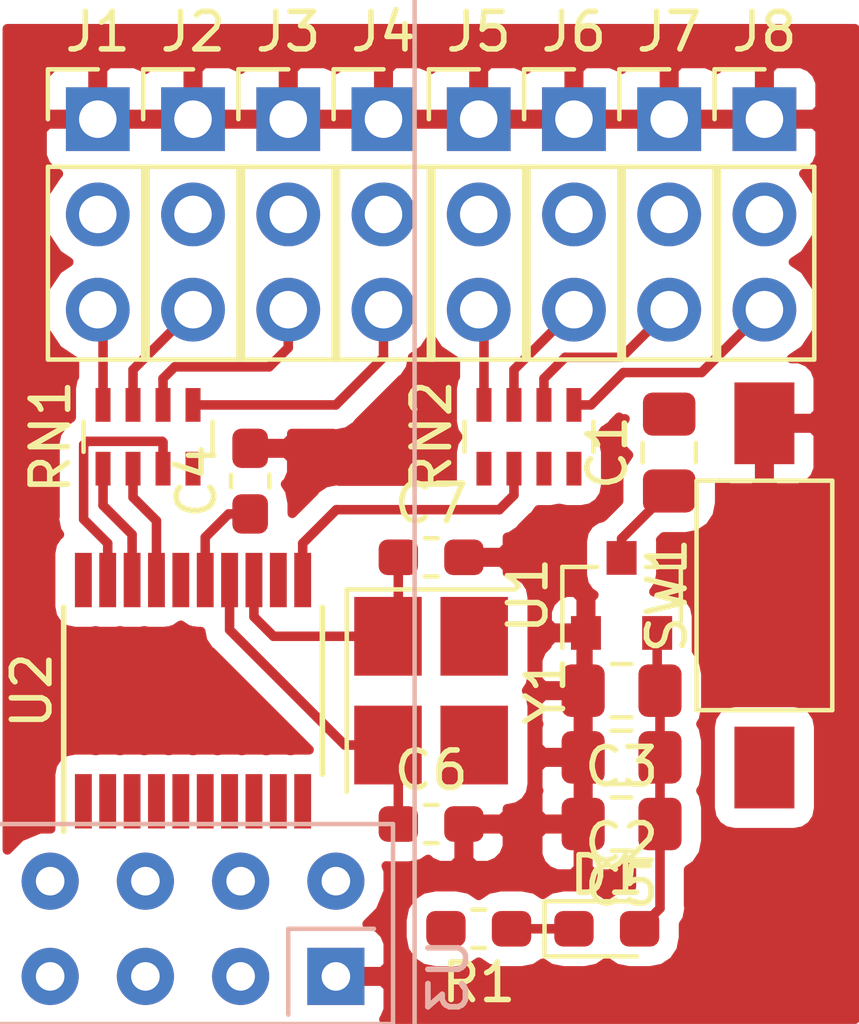
<source format=kicad_pcb>
(kicad_pcb (version 20171130) (host pcbnew 5.0.0-fee4fd1~66~ubuntu18.04.1)

  (general
    (thickness 1.6)
    (drawings 0)
    (tracks 66)
    (zones 0)
    (modules 24)
    (nets 31)
  )

  (page A4)
  (layers
    (0 F.Cu signal)
    (31 B.Cu signal hide)
    (32 B.Adhes user hide)
    (33 F.Adhes user hide)
    (34 B.Paste user hide)
    (35 F.Paste user hide)
    (36 B.SilkS user hide)
    (37 F.SilkS user)
    (38 B.Mask user hide)
    (39 F.Mask user hide)
    (40 Dwgs.User user hide)
    (41 Cmts.User user hide)
    (42 Eco1.User user hide)
    (43 Eco2.User user hide)
    (44 Edge.Cuts user hide)
    (45 Margin user hide)
    (46 B.CrtYd user hide)
    (47 F.CrtYd user hide)
    (48 B.Fab user hide)
    (49 F.Fab user hide)
  )

  (setup
    (last_trace_width 0.254)
    (trace_clearance 0.1524)
    (zone_clearance 0.508)
    (zone_45_only no)
    (trace_min 0.2)
    (segment_width 0.2)
    (edge_width 0.15)
    (via_size 0.8)
    (via_drill 0.4)
    (via_min_size 0.4)
    (via_min_drill 0.3)
    (uvia_size 0.3)
    (uvia_drill 0.1)
    (uvias_allowed no)
    (uvia_min_size 0.2)
    (uvia_min_drill 0.1)
    (pcb_text_width 0.3)
    (pcb_text_size 1.5 1.5)
    (mod_edge_width 0.15)
    (mod_text_size 1 1)
    (mod_text_width 0.15)
    (pad_size 1.524 1.524)
    (pad_drill 0.762)
    (pad_to_mask_clearance 0.2)
    (aux_axis_origin 0 0)
    (visible_elements FFFFF77F)
    (pcbplotparams
      (layerselection 0x010fc_ffffffff)
      (usegerberextensions false)
      (usegerberattributes false)
      (usegerberadvancedattributes false)
      (creategerberjobfile false)
      (excludeedgelayer true)
      (linewidth 0.100000)
      (plotframeref false)
      (viasonmask false)
      (mode 1)
      (useauxorigin false)
      (hpglpennumber 1)
      (hpglpenspeed 20)
      (hpglpendiameter 15.000000)
      (psnegative false)
      (psa4output false)
      (plotreference true)
      (plotvalue true)
      (plotinvisibletext false)
      (padsonsilk false)
      (subtractmaskfromsilk false)
      (outputformat 1)
      (mirror false)
      (drillshape 1)
      (scaleselection 1)
      (outputdirectory ""))
  )

  (net 0 "")
  (net 1 VDD)
  (net 2 GND)
  (net 3 VCC)
  (net 4 /XTALIN)
  (net 5 /XTALOUT)
  (net 6 "Net-(D1-Pad1)")
  (net 7 "Net-(J1-Pad3)")
  (net 8 "Net-(J2-Pad3)")
  (net 9 "Net-(J3-Pad3)")
  (net 10 "Net-(J4-Pad3)")
  (net 11 "Net-(J5-Pad3)")
  (net 12 "Net-(J6-Pad3)")
  (net 13 "Net-(J7-Pad3)")
  (net 14 "Net-(J8-Pad3)")
  (net 15 /LED)
  (net 16 /CH2)
  (net 17 /CH3-Rx)
  (net 18 /CH1)
  (net 19 /CH4-Tx)
  (net 20 /CH8)
  (net 21 /CH5)
  (net 22 /CH7)
  (net 23 /CH6)
  (net 24 /BIND-ISP)
  (net 25 /CE)
  (net 26 /CSN)
  (net 27 /MOSI)
  (net 28 /MISO)
  (net 29 /IRQ)
  (net 30 /SCK)

  (net_class Default "This is the default net class."
    (clearance 0.1524)
    (trace_width 0.254)
    (via_dia 0.8)
    (via_drill 0.4)
    (uvia_dia 0.3)
    (uvia_drill 0.1)
    (add_net /BIND-ISP)
    (add_net /CE)
    (add_net /CH1)
    (add_net /CH2)
    (add_net /CH3-Rx)
    (add_net /CH4-Tx)
    (add_net /CH5)
    (add_net /CH6)
    (add_net /CH7)
    (add_net /CH8)
    (add_net /CSN)
    (add_net /IRQ)
    (add_net /LED)
    (add_net /MISO)
    (add_net /MOSI)
    (add_net /SCK)
    (add_net /XTALIN)
    (add_net /XTALOUT)
    (add_net GND)
    (add_net "Net-(D1-Pad1)")
    (add_net "Net-(J1-Pad3)")
    (add_net "Net-(J2-Pad3)")
    (add_net "Net-(J3-Pad3)")
    (add_net "Net-(J4-Pad3)")
    (add_net "Net-(J5-Pad3)")
    (add_net "Net-(J6-Pad3)")
    (add_net "Net-(J7-Pad3)")
    (add_net "Net-(J8-Pad3)")
    (add_net VCC)
    (add_net VDD)
  )

  (module Capacitor_SMD:C_0805_2012Metric_Pad1.15x1.40mm_HandSolder (layer F.Cu) (tedit 5B36C52B) (tstamp 5B9C8640)
    (at 134.62 77.47 90)
    (descr "Capacitor SMD 0805 (2012 Metric), square (rectangular) end terminal, IPC_7351 nominal with elongated pad for handsoldering. (Body size source: https://docs.google.com/spreadsheets/d/1BsfQQcO9C6DZCsRaXUlFlo91Tg2WpOkGARC1WS5S8t0/edit?usp=sharing), generated with kicad-footprint-generator")
    (tags "capacitor handsolder")
    (path /5B9B516C)
    (attr smd)
    (fp_text reference C1 (at 0 -1.65 90) (layer F.SilkS)
      (effects (font (size 1 1) (thickness 0.15)))
    )
    (fp_text value 1u/16V (at 0 1.65 90) (layer F.Fab)
      (effects (font (size 1 1) (thickness 0.15)))
    )
    (fp_line (start -1 0.6) (end -1 -0.6) (layer F.Fab) (width 0.1))
    (fp_line (start -1 -0.6) (end 1 -0.6) (layer F.Fab) (width 0.1))
    (fp_line (start 1 -0.6) (end 1 0.6) (layer F.Fab) (width 0.1))
    (fp_line (start 1 0.6) (end -1 0.6) (layer F.Fab) (width 0.1))
    (fp_line (start -0.261252 -0.71) (end 0.261252 -0.71) (layer F.SilkS) (width 0.12))
    (fp_line (start -0.261252 0.71) (end 0.261252 0.71) (layer F.SilkS) (width 0.12))
    (fp_line (start -1.85 0.95) (end -1.85 -0.95) (layer F.CrtYd) (width 0.05))
    (fp_line (start -1.85 -0.95) (end 1.85 -0.95) (layer F.CrtYd) (width 0.05))
    (fp_line (start 1.85 -0.95) (end 1.85 0.95) (layer F.CrtYd) (width 0.05))
    (fp_line (start 1.85 0.95) (end -1.85 0.95) (layer F.CrtYd) (width 0.05))
    (fp_text user %R (at 0 0 90) (layer F.Fab)
      (effects (font (size 0.5 0.5) (thickness 0.08)))
    )
    (pad 1 smd roundrect (at -1.025 0 90) (size 1.15 1.4) (layers F.Cu F.Paste F.Mask) (roundrect_rratio 0.217391)
      (net 1 VDD))
    (pad 2 smd roundrect (at 1.025 0 90) (size 1.15 1.4) (layers F.Cu F.Paste F.Mask) (roundrect_rratio 0.217391)
      (net 2 GND))
    (model ${KISYS3DMOD}/Capacitor_SMD.3dshapes/C_0805_2012Metric.wrl
      (at (xyz 0 0 0))
      (scale (xyz 1 1 1))
      (rotate (xyz 0 0 0))
    )
  )

  (module Capacitor_SMD:C_0805_2012Metric_Pad1.15x1.40mm_HandSolder (layer F.Cu) (tedit 5B36C52B) (tstamp 5B9C8651)
    (at 133.35 85.598 180)
    (descr "Capacitor SMD 0805 (2012 Metric), square (rectangular) end terminal, IPC_7351 nominal with elongated pad for handsoldering. (Body size source: https://docs.google.com/spreadsheets/d/1BsfQQcO9C6DZCsRaXUlFlo91Tg2WpOkGARC1WS5S8t0/edit?usp=sharing), generated with kicad-footprint-generator")
    (tags "capacitor handsolder")
    (path /5B9B52DA)
    (attr smd)
    (fp_text reference C2 (at 0 -2.286 180) (layer F.SilkS)
      (effects (font (size 1 1) (thickness 0.15)))
    )
    (fp_text value 1u/16V (at 0 1.65 180) (layer F.Fab)
      (effects (font (size 1 1) (thickness 0.15)))
    )
    (fp_text user %R (at 0 0 180) (layer F.Fab)
      (effects (font (size 0.5 0.5) (thickness 0.08)))
    )
    (fp_line (start 1.85 0.95) (end -1.85 0.95) (layer F.CrtYd) (width 0.05))
    (fp_line (start 1.85 -0.95) (end 1.85 0.95) (layer F.CrtYd) (width 0.05))
    (fp_line (start -1.85 -0.95) (end 1.85 -0.95) (layer F.CrtYd) (width 0.05))
    (fp_line (start -1.85 0.95) (end -1.85 -0.95) (layer F.CrtYd) (width 0.05))
    (fp_line (start -0.261252 0.71) (end 0.261252 0.71) (layer F.SilkS) (width 0.12))
    (fp_line (start -0.261252 -0.71) (end 0.261252 -0.71) (layer F.SilkS) (width 0.12))
    (fp_line (start 1 0.6) (end -1 0.6) (layer F.Fab) (width 0.1))
    (fp_line (start 1 -0.6) (end 1 0.6) (layer F.Fab) (width 0.1))
    (fp_line (start -1 -0.6) (end 1 -0.6) (layer F.Fab) (width 0.1))
    (fp_line (start -1 0.6) (end -1 -0.6) (layer F.Fab) (width 0.1))
    (pad 2 smd roundrect (at 1.025 0 180) (size 1.15 1.4) (layers F.Cu F.Paste F.Mask) (roundrect_rratio 0.217391)
      (net 2 GND))
    (pad 1 smd roundrect (at -1.025 0 180) (size 1.15 1.4) (layers F.Cu F.Paste F.Mask) (roundrect_rratio 0.217391)
      (net 3 VCC))
    (model ${KISYS3DMOD}/Capacitor_SMD.3dshapes/C_0805_2012Metric.wrl
      (at (xyz 0 0 0))
      (scale (xyz 1 1 1))
      (rotate (xyz 0 0 0))
    )
  )

  (module Capacitor_SMD:C_0805_2012Metric_Pad1.15x1.40mm_HandSolder (layer F.Cu) (tedit 5B36C52B) (tstamp 5B9C8662)
    (at 133.35 83.82 180)
    (descr "Capacitor SMD 0805 (2012 Metric), square (rectangular) end terminal, IPC_7351 nominal with elongated pad for handsoldering. (Body size source: https://docs.google.com/spreadsheets/d/1BsfQQcO9C6DZCsRaXUlFlo91Tg2WpOkGARC1WS5S8t0/edit?usp=sharing), generated with kicad-footprint-generator")
    (tags "capacitor handsolder")
    (path /5B9B535A)
    (attr smd)
    (fp_text reference C3 (at 0 -2.032 180) (layer F.SilkS)
      (effects (font (size 1 1) (thickness 0.15)))
    )
    (fp_text value CP (at 0 1.65 180) (layer F.Fab)
      (effects (font (size 1 1) (thickness 0.15)))
    )
    (fp_line (start -1 0.6) (end -1 -0.6) (layer F.Fab) (width 0.1))
    (fp_line (start -1 -0.6) (end 1 -0.6) (layer F.Fab) (width 0.1))
    (fp_line (start 1 -0.6) (end 1 0.6) (layer F.Fab) (width 0.1))
    (fp_line (start 1 0.6) (end -1 0.6) (layer F.Fab) (width 0.1))
    (fp_line (start -0.261252 -0.71) (end 0.261252 -0.71) (layer F.SilkS) (width 0.12))
    (fp_line (start -0.261252 0.71) (end 0.261252 0.71) (layer F.SilkS) (width 0.12))
    (fp_line (start -1.85 0.95) (end -1.85 -0.95) (layer F.CrtYd) (width 0.05))
    (fp_line (start -1.85 -0.95) (end 1.85 -0.95) (layer F.CrtYd) (width 0.05))
    (fp_line (start 1.85 -0.95) (end 1.85 0.95) (layer F.CrtYd) (width 0.05))
    (fp_line (start 1.85 0.95) (end -1.85 0.95) (layer F.CrtYd) (width 0.05))
    (fp_text user %R (at 0 0 180) (layer F.Fab)
      (effects (font (size 0.5 0.5) (thickness 0.08)))
    )
    (pad 1 smd roundrect (at -1.025 0 180) (size 1.15 1.4) (layers F.Cu F.Paste F.Mask) (roundrect_rratio 0.217391)
      (net 3 VCC))
    (pad 2 smd roundrect (at 1.025 0 180) (size 1.15 1.4) (layers F.Cu F.Paste F.Mask) (roundrect_rratio 0.217391)
      (net 2 GND))
    (model ${KISYS3DMOD}/Capacitor_SMD.3dshapes/C_0805_2012Metric.wrl
      (at (xyz 0 0 0))
      (scale (xyz 1 1 1))
      (rotate (xyz 0 0 0))
    )
  )

  (module Capacitor_SMD:C_0603_1608Metric_Pad1.05x0.95mm_HandSolder (layer F.Cu) (tedit 5B301BBE) (tstamp 5B9C8673)
    (at 123.444 78.232 90)
    (descr "Capacitor SMD 0603 (1608 Metric), square (rectangular) end terminal, IPC_7351 nominal with elongated pad for handsoldering. (Body size source: http://www.tortai-tech.com/upload/download/2011102023233369053.pdf), generated with kicad-footprint-generator")
    (tags "capacitor handsolder")
    (path /5B9B5206)
    (attr smd)
    (fp_text reference C4 (at 0 -1.43 90) (layer F.SilkS)
      (effects (font (size 1 1) (thickness 0.15)))
    )
    (fp_text value 100n (at 0 1.43 90) (layer F.Fab)
      (effects (font (size 1 1) (thickness 0.15)))
    )
    (fp_line (start -0.8 0.4) (end -0.8 -0.4) (layer F.Fab) (width 0.1))
    (fp_line (start -0.8 -0.4) (end 0.8 -0.4) (layer F.Fab) (width 0.1))
    (fp_line (start 0.8 -0.4) (end 0.8 0.4) (layer F.Fab) (width 0.1))
    (fp_line (start 0.8 0.4) (end -0.8 0.4) (layer F.Fab) (width 0.1))
    (fp_line (start -0.171267 -0.51) (end 0.171267 -0.51) (layer F.SilkS) (width 0.12))
    (fp_line (start -0.171267 0.51) (end 0.171267 0.51) (layer F.SilkS) (width 0.12))
    (fp_line (start -1.65 0.73) (end -1.65 -0.73) (layer F.CrtYd) (width 0.05))
    (fp_line (start -1.65 -0.73) (end 1.65 -0.73) (layer F.CrtYd) (width 0.05))
    (fp_line (start 1.65 -0.73) (end 1.65 0.73) (layer F.CrtYd) (width 0.05))
    (fp_line (start 1.65 0.73) (end -1.65 0.73) (layer F.CrtYd) (width 0.05))
    (fp_text user %R (at 0 0 90) (layer F.Fab)
      (effects (font (size 0.4 0.4) (thickness 0.06)))
    )
    (pad 1 smd roundrect (at -0.875 0 90) (size 1.05 0.95) (layers F.Cu F.Paste F.Mask) (roundrect_rratio 0.25)
      (net 3 VCC))
    (pad 2 smd roundrect (at 0.875 0 90) (size 1.05 0.95) (layers F.Cu F.Paste F.Mask) (roundrect_rratio 0.25)
      (net 2 GND))
    (model ${KISYS3DMOD}/Capacitor_SMD.3dshapes/C_0603_1608Metric.wrl
      (at (xyz 0 0 0))
      (scale (xyz 1 1 1))
      (rotate (xyz 0 0 0))
    )
  )

  (module Capacitor_SMD:C_0805_2012Metric_Pad1.15x1.40mm_HandSolder (layer F.Cu) (tedit 5B36C52B) (tstamp 5B9C8684)
    (at 133.35 87.376 180)
    (descr "Capacitor SMD 0805 (2012 Metric), square (rectangular) end terminal, IPC_7351 nominal with elongated pad for handsoldering. (Body size source: https://docs.google.com/spreadsheets/d/1BsfQQcO9C6DZCsRaXUlFlo91Tg2WpOkGARC1WS5S8t0/edit?usp=sharing), generated with kicad-footprint-generator")
    (tags "capacitor handsolder")
    (path /5B9B66E7)
    (attr smd)
    (fp_text reference C5 (at 0 -1.65 180) (layer F.SilkS)
      (effects (font (size 1 1) (thickness 0.15)))
    )
    (fp_text value CP (at 0 1.65 180) (layer F.Fab)
      (effects (font (size 1 1) (thickness 0.15)))
    )
    (fp_text user %R (at 0 0 180) (layer F.Fab)
      (effects (font (size 0.5 0.5) (thickness 0.08)))
    )
    (fp_line (start 1.85 0.95) (end -1.85 0.95) (layer F.CrtYd) (width 0.05))
    (fp_line (start 1.85 -0.95) (end 1.85 0.95) (layer F.CrtYd) (width 0.05))
    (fp_line (start -1.85 -0.95) (end 1.85 -0.95) (layer F.CrtYd) (width 0.05))
    (fp_line (start -1.85 0.95) (end -1.85 -0.95) (layer F.CrtYd) (width 0.05))
    (fp_line (start -0.261252 0.71) (end 0.261252 0.71) (layer F.SilkS) (width 0.12))
    (fp_line (start -0.261252 -0.71) (end 0.261252 -0.71) (layer F.SilkS) (width 0.12))
    (fp_line (start 1 0.6) (end -1 0.6) (layer F.Fab) (width 0.1))
    (fp_line (start 1 -0.6) (end 1 0.6) (layer F.Fab) (width 0.1))
    (fp_line (start -1 -0.6) (end 1 -0.6) (layer F.Fab) (width 0.1))
    (fp_line (start -1 0.6) (end -1 -0.6) (layer F.Fab) (width 0.1))
    (pad 2 smd roundrect (at 1.025 0 180) (size 1.15 1.4) (layers F.Cu F.Paste F.Mask) (roundrect_rratio 0.217391)
      (net 2 GND))
    (pad 1 smd roundrect (at -1.025 0 180) (size 1.15 1.4) (layers F.Cu F.Paste F.Mask) (roundrect_rratio 0.217391)
      (net 3 VCC))
    (model ${KISYS3DMOD}/Capacitor_SMD.3dshapes/C_0805_2012Metric.wrl
      (at (xyz 0 0 0))
      (scale (xyz 1 1 1))
      (rotate (xyz 0 0 0))
    )
  )

  (module Capacitor_SMD:C_0603_1608Metric_Pad1.05x0.95mm_HandSolder (layer F.Cu) (tedit 5B301BBE) (tstamp 5B9C8695)
    (at 128.27 87.376)
    (descr "Capacitor SMD 0603 (1608 Metric), square (rectangular) end terminal, IPC_7351 nominal with elongated pad for handsoldering. (Body size source: http://www.tortai-tech.com/upload/download/2011102023233369053.pdf), generated with kicad-footprint-generator")
    (tags "capacitor handsolder")
    (path /5B9B53CC)
    (attr smd)
    (fp_text reference C6 (at 0 -1.43) (layer F.SilkS)
      (effects (font (size 1 1) (thickness 0.15)))
    )
    (fp_text value 18p (at 0 1.43) (layer F.Fab)
      (effects (font (size 1 1) (thickness 0.15)))
    )
    (fp_text user %R (at 0 0) (layer F.Fab)
      (effects (font (size 0.4 0.4) (thickness 0.06)))
    )
    (fp_line (start 1.65 0.73) (end -1.65 0.73) (layer F.CrtYd) (width 0.05))
    (fp_line (start 1.65 -0.73) (end 1.65 0.73) (layer F.CrtYd) (width 0.05))
    (fp_line (start -1.65 -0.73) (end 1.65 -0.73) (layer F.CrtYd) (width 0.05))
    (fp_line (start -1.65 0.73) (end -1.65 -0.73) (layer F.CrtYd) (width 0.05))
    (fp_line (start -0.171267 0.51) (end 0.171267 0.51) (layer F.SilkS) (width 0.12))
    (fp_line (start -0.171267 -0.51) (end 0.171267 -0.51) (layer F.SilkS) (width 0.12))
    (fp_line (start 0.8 0.4) (end -0.8 0.4) (layer F.Fab) (width 0.1))
    (fp_line (start 0.8 -0.4) (end 0.8 0.4) (layer F.Fab) (width 0.1))
    (fp_line (start -0.8 -0.4) (end 0.8 -0.4) (layer F.Fab) (width 0.1))
    (fp_line (start -0.8 0.4) (end -0.8 -0.4) (layer F.Fab) (width 0.1))
    (pad 2 smd roundrect (at 0.875 0) (size 1.05 0.95) (layers F.Cu F.Paste F.Mask) (roundrect_rratio 0.25)
      (net 2 GND))
    (pad 1 smd roundrect (at -0.875 0) (size 1.05 0.95) (layers F.Cu F.Paste F.Mask) (roundrect_rratio 0.25)
      (net 4 /XTALIN))
    (model ${KISYS3DMOD}/Capacitor_SMD.3dshapes/C_0603_1608Metric.wrl
      (at (xyz 0 0 0))
      (scale (xyz 1 1 1))
      (rotate (xyz 0 0 0))
    )
  )

  (module Capacitor_SMD:C_0603_1608Metric_Pad1.05x0.95mm_HandSolder (layer F.Cu) (tedit 5B301BBE) (tstamp 5B9C86A6)
    (at 128.27 80.264)
    (descr "Capacitor SMD 0603 (1608 Metric), square (rectangular) end terminal, IPC_7351 nominal with elongated pad for handsoldering. (Body size source: http://www.tortai-tech.com/upload/download/2011102023233369053.pdf), generated with kicad-footprint-generator")
    (tags "capacitor handsolder")
    (path /5B9B542A)
    (attr smd)
    (fp_text reference C7 (at 0 -1.43) (layer F.SilkS)
      (effects (font (size 1 1) (thickness 0.15)))
    )
    (fp_text value 18p (at 0 1.43) (layer F.Fab)
      (effects (font (size 1 1) (thickness 0.15)))
    )
    (fp_line (start -0.8 0.4) (end -0.8 -0.4) (layer F.Fab) (width 0.1))
    (fp_line (start -0.8 -0.4) (end 0.8 -0.4) (layer F.Fab) (width 0.1))
    (fp_line (start 0.8 -0.4) (end 0.8 0.4) (layer F.Fab) (width 0.1))
    (fp_line (start 0.8 0.4) (end -0.8 0.4) (layer F.Fab) (width 0.1))
    (fp_line (start -0.171267 -0.51) (end 0.171267 -0.51) (layer F.SilkS) (width 0.12))
    (fp_line (start -0.171267 0.51) (end 0.171267 0.51) (layer F.SilkS) (width 0.12))
    (fp_line (start -1.65 0.73) (end -1.65 -0.73) (layer F.CrtYd) (width 0.05))
    (fp_line (start -1.65 -0.73) (end 1.65 -0.73) (layer F.CrtYd) (width 0.05))
    (fp_line (start 1.65 -0.73) (end 1.65 0.73) (layer F.CrtYd) (width 0.05))
    (fp_line (start 1.65 0.73) (end -1.65 0.73) (layer F.CrtYd) (width 0.05))
    (fp_text user %R (at 0 0) (layer F.Fab)
      (effects (font (size 0.4 0.4) (thickness 0.06)))
    )
    (pad 1 smd roundrect (at -0.875 0) (size 1.05 0.95) (layers F.Cu F.Paste F.Mask) (roundrect_rratio 0.25)
      (net 5 /XTALOUT))
    (pad 2 smd roundrect (at 0.875 0) (size 1.05 0.95) (layers F.Cu F.Paste F.Mask) (roundrect_rratio 0.25)
      (net 2 GND))
    (model ${KISYS3DMOD}/Capacitor_SMD.3dshapes/C_0603_1608Metric.wrl
      (at (xyz 0 0 0))
      (scale (xyz 1 1 1))
      (rotate (xyz 0 0 0))
    )
  )

  (module LED_SMD:LED_0603_1608Metric_Pad1.05x0.95mm_HandSolder (layer F.Cu) (tedit 5B4B45C9) (tstamp 5B9C86B9)
    (at 132.955 90.17)
    (descr "LED SMD 0603 (1608 Metric), square (rectangular) end terminal, IPC_7351 nominal, (Body size source: http://www.tortai-tech.com/upload/download/2011102023233369053.pdf), generated with kicad-footprint-generator")
    (tags "LED handsolder")
    (path /5B9B62B1)
    (attr smd)
    (fp_text reference D1 (at 0 -1.43) (layer F.SilkS)
      (effects (font (size 1 1) (thickness 0.15)))
    )
    (fp_text value LED (at 0 1.43) (layer F.Fab)
      (effects (font (size 1 1) (thickness 0.15)))
    )
    (fp_line (start 0.8 -0.4) (end -0.5 -0.4) (layer F.Fab) (width 0.1))
    (fp_line (start -0.5 -0.4) (end -0.8 -0.1) (layer F.Fab) (width 0.1))
    (fp_line (start -0.8 -0.1) (end -0.8 0.4) (layer F.Fab) (width 0.1))
    (fp_line (start -0.8 0.4) (end 0.8 0.4) (layer F.Fab) (width 0.1))
    (fp_line (start 0.8 0.4) (end 0.8 -0.4) (layer F.Fab) (width 0.1))
    (fp_line (start 0.8 -0.735) (end -1.66 -0.735) (layer F.SilkS) (width 0.12))
    (fp_line (start -1.66 -0.735) (end -1.66 0.735) (layer F.SilkS) (width 0.12))
    (fp_line (start -1.66 0.735) (end 0.8 0.735) (layer F.SilkS) (width 0.12))
    (fp_line (start -1.65 0.73) (end -1.65 -0.73) (layer F.CrtYd) (width 0.05))
    (fp_line (start -1.65 -0.73) (end 1.65 -0.73) (layer F.CrtYd) (width 0.05))
    (fp_line (start 1.65 -0.73) (end 1.65 0.73) (layer F.CrtYd) (width 0.05))
    (fp_line (start 1.65 0.73) (end -1.65 0.73) (layer F.CrtYd) (width 0.05))
    (fp_text user %R (at 0 0) (layer F.Fab)
      (effects (font (size 0.4 0.4) (thickness 0.06)))
    )
    (pad 1 smd roundrect (at -0.875 0) (size 1.05 0.95) (layers F.Cu F.Paste F.Mask) (roundrect_rratio 0.25)
      (net 6 "Net-(D1-Pad1)"))
    (pad 2 smd roundrect (at 0.875 0) (size 1.05 0.95) (layers F.Cu F.Paste F.Mask) (roundrect_rratio 0.25)
      (net 3 VCC))
    (model ${KISYS3DMOD}/LED_SMD.3dshapes/LED_0603_1608Metric.wrl
      (at (xyz 0 0 0))
      (scale (xyz 1 1 1))
      (rotate (xyz 0 0 0))
    )
  )

  (module Connector_PinHeader_2.54mm:PinHeader_1x03_P2.54mm_Vertical (layer F.Cu) (tedit 59FED5CC) (tstamp 5B9C86D0)
    (at 119.38 68.58)
    (descr "Through hole straight pin header, 1x03, 2.54mm pitch, single row")
    (tags "Through hole pin header THT 1x03 2.54mm single row")
    (path /5B9B5D3D)
    (fp_text reference J1 (at 0 -2.33) (layer F.SilkS)
      (effects (font (size 1 1) (thickness 0.15)))
    )
    (fp_text value CH1 (at 0 7.41) (layer F.Fab)
      (effects (font (size 1 1) (thickness 0.15)))
    )
    (fp_line (start -0.635 -1.27) (end 1.27 -1.27) (layer F.Fab) (width 0.1))
    (fp_line (start 1.27 -1.27) (end 1.27 6.35) (layer F.Fab) (width 0.1))
    (fp_line (start 1.27 6.35) (end -1.27 6.35) (layer F.Fab) (width 0.1))
    (fp_line (start -1.27 6.35) (end -1.27 -0.635) (layer F.Fab) (width 0.1))
    (fp_line (start -1.27 -0.635) (end -0.635 -1.27) (layer F.Fab) (width 0.1))
    (fp_line (start -1.33 6.41) (end 1.33 6.41) (layer F.SilkS) (width 0.12))
    (fp_line (start -1.33 1.27) (end -1.33 6.41) (layer F.SilkS) (width 0.12))
    (fp_line (start 1.33 1.27) (end 1.33 6.41) (layer F.SilkS) (width 0.12))
    (fp_line (start -1.33 1.27) (end 1.33 1.27) (layer F.SilkS) (width 0.12))
    (fp_line (start -1.33 0) (end -1.33 -1.33) (layer F.SilkS) (width 0.12))
    (fp_line (start -1.33 -1.33) (end 0 -1.33) (layer F.SilkS) (width 0.12))
    (fp_line (start -1.8 -1.8) (end -1.8 6.85) (layer F.CrtYd) (width 0.05))
    (fp_line (start -1.8 6.85) (end 1.8 6.85) (layer F.CrtYd) (width 0.05))
    (fp_line (start 1.8 6.85) (end 1.8 -1.8) (layer F.CrtYd) (width 0.05))
    (fp_line (start 1.8 -1.8) (end -1.8 -1.8) (layer F.CrtYd) (width 0.05))
    (fp_text user %R (at 0 2.54 90) (layer F.Fab)
      (effects (font (size 1 1) (thickness 0.15)))
    )
    (pad 1 thru_hole rect (at 0 0) (size 1.7 1.7) (drill 1) (layers *.Cu *.Mask)
      (net 2 GND))
    (pad 2 thru_hole oval (at 0 2.54) (size 1.7 1.7) (drill 1) (layers *.Cu *.Mask)
      (net 1 VDD))
    (pad 3 thru_hole oval (at 0 5.08) (size 1.7 1.7) (drill 1) (layers *.Cu *.Mask)
      (net 7 "Net-(J1-Pad3)"))
    (model ${KISYS3DMOD}/Connector_PinHeader_2.54mm.3dshapes/PinHeader_1x03_P2.54mm_Vertical.wrl
      (at (xyz 0 0 0))
      (scale (xyz 1 1 1))
      (rotate (xyz 0 0 0))
    )
  )

  (module Connector_PinHeader_2.54mm:PinHeader_1x03_P2.54mm_Vertical (layer F.Cu) (tedit 59FED5CC) (tstamp 5B9C86E7)
    (at 121.92 68.58)
    (descr "Through hole straight pin header, 1x03, 2.54mm pitch, single row")
    (tags "Through hole pin header THT 1x03 2.54mm single row")
    (path /5B9B5D44)
    (fp_text reference J2 (at 0 -2.33) (layer F.SilkS)
      (effects (font (size 1 1) (thickness 0.15)))
    )
    (fp_text value CH2 (at 0 7.41) (layer F.Fab)
      (effects (font (size 1 1) (thickness 0.15)))
    )
    (fp_text user %R (at 0 2.54 90) (layer F.Fab)
      (effects (font (size 1 1) (thickness 0.15)))
    )
    (fp_line (start 1.8 -1.8) (end -1.8 -1.8) (layer F.CrtYd) (width 0.05))
    (fp_line (start 1.8 6.85) (end 1.8 -1.8) (layer F.CrtYd) (width 0.05))
    (fp_line (start -1.8 6.85) (end 1.8 6.85) (layer F.CrtYd) (width 0.05))
    (fp_line (start -1.8 -1.8) (end -1.8 6.85) (layer F.CrtYd) (width 0.05))
    (fp_line (start -1.33 -1.33) (end 0 -1.33) (layer F.SilkS) (width 0.12))
    (fp_line (start -1.33 0) (end -1.33 -1.33) (layer F.SilkS) (width 0.12))
    (fp_line (start -1.33 1.27) (end 1.33 1.27) (layer F.SilkS) (width 0.12))
    (fp_line (start 1.33 1.27) (end 1.33 6.41) (layer F.SilkS) (width 0.12))
    (fp_line (start -1.33 1.27) (end -1.33 6.41) (layer F.SilkS) (width 0.12))
    (fp_line (start -1.33 6.41) (end 1.33 6.41) (layer F.SilkS) (width 0.12))
    (fp_line (start -1.27 -0.635) (end -0.635 -1.27) (layer F.Fab) (width 0.1))
    (fp_line (start -1.27 6.35) (end -1.27 -0.635) (layer F.Fab) (width 0.1))
    (fp_line (start 1.27 6.35) (end -1.27 6.35) (layer F.Fab) (width 0.1))
    (fp_line (start 1.27 -1.27) (end 1.27 6.35) (layer F.Fab) (width 0.1))
    (fp_line (start -0.635 -1.27) (end 1.27 -1.27) (layer F.Fab) (width 0.1))
    (pad 3 thru_hole oval (at 0 5.08) (size 1.7 1.7) (drill 1) (layers *.Cu *.Mask)
      (net 8 "Net-(J2-Pad3)"))
    (pad 2 thru_hole oval (at 0 2.54) (size 1.7 1.7) (drill 1) (layers *.Cu *.Mask)
      (net 1 VDD))
    (pad 1 thru_hole rect (at 0 0) (size 1.7 1.7) (drill 1) (layers *.Cu *.Mask)
      (net 2 GND))
    (model ${KISYS3DMOD}/Connector_PinHeader_2.54mm.3dshapes/PinHeader_1x03_P2.54mm_Vertical.wrl
      (at (xyz 0 0 0))
      (scale (xyz 1 1 1))
      (rotate (xyz 0 0 0))
    )
  )

  (module Connector_PinHeader_2.54mm:PinHeader_1x03_P2.54mm_Vertical (layer F.Cu) (tedit 59FED5CC) (tstamp 5B9C86FE)
    (at 124.46 68.58)
    (descr "Through hole straight pin header, 1x03, 2.54mm pitch, single row")
    (tags "Through hole pin header THT 1x03 2.54mm single row")
    (path /5B9B5D4B)
    (fp_text reference J3 (at 0 -2.33) (layer F.SilkS)
      (effects (font (size 1 1) (thickness 0.15)))
    )
    (fp_text value CH3/Rx (at 0 7.41) (layer F.Fab)
      (effects (font (size 1 1) (thickness 0.15)))
    )
    (fp_line (start -0.635 -1.27) (end 1.27 -1.27) (layer F.Fab) (width 0.1))
    (fp_line (start 1.27 -1.27) (end 1.27 6.35) (layer F.Fab) (width 0.1))
    (fp_line (start 1.27 6.35) (end -1.27 6.35) (layer F.Fab) (width 0.1))
    (fp_line (start -1.27 6.35) (end -1.27 -0.635) (layer F.Fab) (width 0.1))
    (fp_line (start -1.27 -0.635) (end -0.635 -1.27) (layer F.Fab) (width 0.1))
    (fp_line (start -1.33 6.41) (end 1.33 6.41) (layer F.SilkS) (width 0.12))
    (fp_line (start -1.33 1.27) (end -1.33 6.41) (layer F.SilkS) (width 0.12))
    (fp_line (start 1.33 1.27) (end 1.33 6.41) (layer F.SilkS) (width 0.12))
    (fp_line (start -1.33 1.27) (end 1.33 1.27) (layer F.SilkS) (width 0.12))
    (fp_line (start -1.33 0) (end -1.33 -1.33) (layer F.SilkS) (width 0.12))
    (fp_line (start -1.33 -1.33) (end 0 -1.33) (layer F.SilkS) (width 0.12))
    (fp_line (start -1.8 -1.8) (end -1.8 6.85) (layer F.CrtYd) (width 0.05))
    (fp_line (start -1.8 6.85) (end 1.8 6.85) (layer F.CrtYd) (width 0.05))
    (fp_line (start 1.8 6.85) (end 1.8 -1.8) (layer F.CrtYd) (width 0.05))
    (fp_line (start 1.8 -1.8) (end -1.8 -1.8) (layer F.CrtYd) (width 0.05))
    (fp_text user %R (at 0 2.54 90) (layer F.Fab)
      (effects (font (size 1 1) (thickness 0.15)))
    )
    (pad 1 thru_hole rect (at 0 0) (size 1.7 1.7) (drill 1) (layers *.Cu *.Mask)
      (net 2 GND))
    (pad 2 thru_hole oval (at 0 2.54) (size 1.7 1.7) (drill 1) (layers *.Cu *.Mask)
      (net 1 VDD))
    (pad 3 thru_hole oval (at 0 5.08) (size 1.7 1.7) (drill 1) (layers *.Cu *.Mask)
      (net 9 "Net-(J3-Pad3)"))
    (model ${KISYS3DMOD}/Connector_PinHeader_2.54mm.3dshapes/PinHeader_1x03_P2.54mm_Vertical.wrl
      (at (xyz 0 0 0))
      (scale (xyz 1 1 1))
      (rotate (xyz 0 0 0))
    )
  )

  (module Connector_PinHeader_2.54mm:PinHeader_1x03_P2.54mm_Vertical (layer F.Cu) (tedit 59FED5CC) (tstamp 5B9C8715)
    (at 127 68.58)
    (descr "Through hole straight pin header, 1x03, 2.54mm pitch, single row")
    (tags "Through hole pin header THT 1x03 2.54mm single row")
    (path /5B9B5D52)
    (fp_text reference J4 (at 0 -2.33) (layer F.SilkS)
      (effects (font (size 1 1) (thickness 0.15)))
    )
    (fp_text value CH4/Tx (at 0 7.41) (layer F.Fab)
      (effects (font (size 1 1) (thickness 0.15)))
    )
    (fp_text user %R (at 0 2.54 90) (layer F.Fab)
      (effects (font (size 1 1) (thickness 0.15)))
    )
    (fp_line (start 1.8 -1.8) (end -1.8 -1.8) (layer F.CrtYd) (width 0.05))
    (fp_line (start 1.8 6.85) (end 1.8 -1.8) (layer F.CrtYd) (width 0.05))
    (fp_line (start -1.8 6.85) (end 1.8 6.85) (layer F.CrtYd) (width 0.05))
    (fp_line (start -1.8 -1.8) (end -1.8 6.85) (layer F.CrtYd) (width 0.05))
    (fp_line (start -1.33 -1.33) (end 0 -1.33) (layer F.SilkS) (width 0.12))
    (fp_line (start -1.33 0) (end -1.33 -1.33) (layer F.SilkS) (width 0.12))
    (fp_line (start -1.33 1.27) (end 1.33 1.27) (layer F.SilkS) (width 0.12))
    (fp_line (start 1.33 1.27) (end 1.33 6.41) (layer F.SilkS) (width 0.12))
    (fp_line (start -1.33 1.27) (end -1.33 6.41) (layer F.SilkS) (width 0.12))
    (fp_line (start -1.33 6.41) (end 1.33 6.41) (layer F.SilkS) (width 0.12))
    (fp_line (start -1.27 -0.635) (end -0.635 -1.27) (layer F.Fab) (width 0.1))
    (fp_line (start -1.27 6.35) (end -1.27 -0.635) (layer F.Fab) (width 0.1))
    (fp_line (start 1.27 6.35) (end -1.27 6.35) (layer F.Fab) (width 0.1))
    (fp_line (start 1.27 -1.27) (end 1.27 6.35) (layer F.Fab) (width 0.1))
    (fp_line (start -0.635 -1.27) (end 1.27 -1.27) (layer F.Fab) (width 0.1))
    (pad 3 thru_hole oval (at 0 5.08) (size 1.7 1.7) (drill 1) (layers *.Cu *.Mask)
      (net 10 "Net-(J4-Pad3)"))
    (pad 2 thru_hole oval (at 0 2.54) (size 1.7 1.7) (drill 1) (layers *.Cu *.Mask)
      (net 1 VDD))
    (pad 1 thru_hole rect (at 0 0) (size 1.7 1.7) (drill 1) (layers *.Cu *.Mask)
      (net 2 GND))
    (model ${KISYS3DMOD}/Connector_PinHeader_2.54mm.3dshapes/PinHeader_1x03_P2.54mm_Vertical.wrl
      (at (xyz 0 0 0))
      (scale (xyz 1 1 1))
      (rotate (xyz 0 0 0))
    )
  )

  (module Connector_PinHeader_2.54mm:PinHeader_1x03_P2.54mm_Vertical (layer F.Cu) (tedit 59FED5CC) (tstamp 5B9C872C)
    (at 129.54 68.58)
    (descr "Through hole straight pin header, 1x03, 2.54mm pitch, single row")
    (tags "Through hole pin header THT 1x03 2.54mm single row")
    (path /5B9B5AB2)
    (fp_text reference J5 (at 0 -2.33) (layer F.SilkS)
      (effects (font (size 1 1) (thickness 0.15)))
    )
    (fp_text value CH5 (at 0 7.41) (layer F.Fab)
      (effects (font (size 1 1) (thickness 0.15)))
    )
    (fp_line (start -0.635 -1.27) (end 1.27 -1.27) (layer F.Fab) (width 0.1))
    (fp_line (start 1.27 -1.27) (end 1.27 6.35) (layer F.Fab) (width 0.1))
    (fp_line (start 1.27 6.35) (end -1.27 6.35) (layer F.Fab) (width 0.1))
    (fp_line (start -1.27 6.35) (end -1.27 -0.635) (layer F.Fab) (width 0.1))
    (fp_line (start -1.27 -0.635) (end -0.635 -1.27) (layer F.Fab) (width 0.1))
    (fp_line (start -1.33 6.41) (end 1.33 6.41) (layer F.SilkS) (width 0.12))
    (fp_line (start -1.33 1.27) (end -1.33 6.41) (layer F.SilkS) (width 0.12))
    (fp_line (start 1.33 1.27) (end 1.33 6.41) (layer F.SilkS) (width 0.12))
    (fp_line (start -1.33 1.27) (end 1.33 1.27) (layer F.SilkS) (width 0.12))
    (fp_line (start -1.33 0) (end -1.33 -1.33) (layer F.SilkS) (width 0.12))
    (fp_line (start -1.33 -1.33) (end 0 -1.33) (layer F.SilkS) (width 0.12))
    (fp_line (start -1.8 -1.8) (end -1.8 6.85) (layer F.CrtYd) (width 0.05))
    (fp_line (start -1.8 6.85) (end 1.8 6.85) (layer F.CrtYd) (width 0.05))
    (fp_line (start 1.8 6.85) (end 1.8 -1.8) (layer F.CrtYd) (width 0.05))
    (fp_line (start 1.8 -1.8) (end -1.8 -1.8) (layer F.CrtYd) (width 0.05))
    (fp_text user %R (at 0 2.54 90) (layer F.Fab)
      (effects (font (size 1 1) (thickness 0.15)))
    )
    (pad 1 thru_hole rect (at 0 0) (size 1.7 1.7) (drill 1) (layers *.Cu *.Mask)
      (net 2 GND))
    (pad 2 thru_hole oval (at 0 2.54) (size 1.7 1.7) (drill 1) (layers *.Cu *.Mask)
      (net 1 VDD))
    (pad 3 thru_hole oval (at 0 5.08) (size 1.7 1.7) (drill 1) (layers *.Cu *.Mask)
      (net 11 "Net-(J5-Pad3)"))
    (model ${KISYS3DMOD}/Connector_PinHeader_2.54mm.3dshapes/PinHeader_1x03_P2.54mm_Vertical.wrl
      (at (xyz 0 0 0))
      (scale (xyz 1 1 1))
      (rotate (xyz 0 0 0))
    )
  )

  (module Connector_PinHeader_2.54mm:PinHeader_1x03_P2.54mm_Vertical (layer F.Cu) (tedit 59FED5CC) (tstamp 5B9C8743)
    (at 132.08 68.58)
    (descr "Through hole straight pin header, 1x03, 2.54mm pitch, single row")
    (tags "Through hole pin header THT 1x03 2.54mm single row")
    (path /5B9B5B37)
    (fp_text reference J6 (at 0 -2.33) (layer F.SilkS)
      (effects (font (size 1 1) (thickness 0.15)))
    )
    (fp_text value CH6 (at 0 7.41) (layer F.Fab)
      (effects (font (size 1 1) (thickness 0.15)))
    )
    (fp_text user %R (at 0 2.54 90) (layer F.Fab)
      (effects (font (size 1 1) (thickness 0.15)))
    )
    (fp_line (start 1.8 -1.8) (end -1.8 -1.8) (layer F.CrtYd) (width 0.05))
    (fp_line (start 1.8 6.85) (end 1.8 -1.8) (layer F.CrtYd) (width 0.05))
    (fp_line (start -1.8 6.85) (end 1.8 6.85) (layer F.CrtYd) (width 0.05))
    (fp_line (start -1.8 -1.8) (end -1.8 6.85) (layer F.CrtYd) (width 0.05))
    (fp_line (start -1.33 -1.33) (end 0 -1.33) (layer F.SilkS) (width 0.12))
    (fp_line (start -1.33 0) (end -1.33 -1.33) (layer F.SilkS) (width 0.12))
    (fp_line (start -1.33 1.27) (end 1.33 1.27) (layer F.SilkS) (width 0.12))
    (fp_line (start 1.33 1.27) (end 1.33 6.41) (layer F.SilkS) (width 0.12))
    (fp_line (start -1.33 1.27) (end -1.33 6.41) (layer F.SilkS) (width 0.12))
    (fp_line (start -1.33 6.41) (end 1.33 6.41) (layer F.SilkS) (width 0.12))
    (fp_line (start -1.27 -0.635) (end -0.635 -1.27) (layer F.Fab) (width 0.1))
    (fp_line (start -1.27 6.35) (end -1.27 -0.635) (layer F.Fab) (width 0.1))
    (fp_line (start 1.27 6.35) (end -1.27 6.35) (layer F.Fab) (width 0.1))
    (fp_line (start 1.27 -1.27) (end 1.27 6.35) (layer F.Fab) (width 0.1))
    (fp_line (start -0.635 -1.27) (end 1.27 -1.27) (layer F.Fab) (width 0.1))
    (pad 3 thru_hole oval (at 0 5.08) (size 1.7 1.7) (drill 1) (layers *.Cu *.Mask)
      (net 12 "Net-(J6-Pad3)"))
    (pad 2 thru_hole oval (at 0 2.54) (size 1.7 1.7) (drill 1) (layers *.Cu *.Mask)
      (net 1 VDD))
    (pad 1 thru_hole rect (at 0 0) (size 1.7 1.7) (drill 1) (layers *.Cu *.Mask)
      (net 2 GND))
    (model ${KISYS3DMOD}/Connector_PinHeader_2.54mm.3dshapes/PinHeader_1x03_P2.54mm_Vertical.wrl
      (at (xyz 0 0 0))
      (scale (xyz 1 1 1))
      (rotate (xyz 0 0 0))
    )
  )

  (module Connector_PinHeader_2.54mm:PinHeader_1x03_P2.54mm_Vertical (layer F.Cu) (tedit 59FED5CC) (tstamp 5B9C875A)
    (at 134.62 68.58)
    (descr "Through hole straight pin header, 1x03, 2.54mm pitch, single row")
    (tags "Through hole pin header THT 1x03 2.54mm single row")
    (path /5B9B5B75)
    (fp_text reference J7 (at 0 -2.33) (layer F.SilkS)
      (effects (font (size 1 1) (thickness 0.15)))
    )
    (fp_text value CH7 (at 0 7.41) (layer F.Fab)
      (effects (font (size 1 1) (thickness 0.15)))
    )
    (fp_line (start -0.635 -1.27) (end 1.27 -1.27) (layer F.Fab) (width 0.1))
    (fp_line (start 1.27 -1.27) (end 1.27 6.35) (layer F.Fab) (width 0.1))
    (fp_line (start 1.27 6.35) (end -1.27 6.35) (layer F.Fab) (width 0.1))
    (fp_line (start -1.27 6.35) (end -1.27 -0.635) (layer F.Fab) (width 0.1))
    (fp_line (start -1.27 -0.635) (end -0.635 -1.27) (layer F.Fab) (width 0.1))
    (fp_line (start -1.33 6.41) (end 1.33 6.41) (layer F.SilkS) (width 0.12))
    (fp_line (start -1.33 1.27) (end -1.33 6.41) (layer F.SilkS) (width 0.12))
    (fp_line (start 1.33 1.27) (end 1.33 6.41) (layer F.SilkS) (width 0.12))
    (fp_line (start -1.33 1.27) (end 1.33 1.27) (layer F.SilkS) (width 0.12))
    (fp_line (start -1.33 0) (end -1.33 -1.33) (layer F.SilkS) (width 0.12))
    (fp_line (start -1.33 -1.33) (end 0 -1.33) (layer F.SilkS) (width 0.12))
    (fp_line (start -1.8 -1.8) (end -1.8 6.85) (layer F.CrtYd) (width 0.05))
    (fp_line (start -1.8 6.85) (end 1.8 6.85) (layer F.CrtYd) (width 0.05))
    (fp_line (start 1.8 6.85) (end 1.8 -1.8) (layer F.CrtYd) (width 0.05))
    (fp_line (start 1.8 -1.8) (end -1.8 -1.8) (layer F.CrtYd) (width 0.05))
    (fp_text user %R (at 0 2.54 90) (layer F.Fab)
      (effects (font (size 1 1) (thickness 0.15)))
    )
    (pad 1 thru_hole rect (at 0 0) (size 1.7 1.7) (drill 1) (layers *.Cu *.Mask)
      (net 2 GND))
    (pad 2 thru_hole oval (at 0 2.54) (size 1.7 1.7) (drill 1) (layers *.Cu *.Mask)
      (net 1 VDD))
    (pad 3 thru_hole oval (at 0 5.08) (size 1.7 1.7) (drill 1) (layers *.Cu *.Mask)
      (net 13 "Net-(J7-Pad3)"))
    (model ${KISYS3DMOD}/Connector_PinHeader_2.54mm.3dshapes/PinHeader_1x03_P2.54mm_Vertical.wrl
      (at (xyz 0 0 0))
      (scale (xyz 1 1 1))
      (rotate (xyz 0 0 0))
    )
  )

  (module Connector_PinHeader_2.54mm:PinHeader_1x03_P2.54mm_Vertical (layer F.Cu) (tedit 59FED5CC) (tstamp 5B9C8771)
    (at 137.16 68.58)
    (descr "Through hole straight pin header, 1x03, 2.54mm pitch, single row")
    (tags "Through hole pin header THT 1x03 2.54mm single row")
    (path /5B9B5BB5)
    (fp_text reference J8 (at 0 -2.33) (layer F.SilkS)
      (effects (font (size 1 1) (thickness 0.15)))
    )
    (fp_text value CH8 (at 0 7.41) (layer F.Fab)
      (effects (font (size 1 1) (thickness 0.15)))
    )
    (fp_text user %R (at 0 2.54 90) (layer F.Fab)
      (effects (font (size 1 1) (thickness 0.15)))
    )
    (fp_line (start 1.8 -1.8) (end -1.8 -1.8) (layer F.CrtYd) (width 0.05))
    (fp_line (start 1.8 6.85) (end 1.8 -1.8) (layer F.CrtYd) (width 0.05))
    (fp_line (start -1.8 6.85) (end 1.8 6.85) (layer F.CrtYd) (width 0.05))
    (fp_line (start -1.8 -1.8) (end -1.8 6.85) (layer F.CrtYd) (width 0.05))
    (fp_line (start -1.33 -1.33) (end 0 -1.33) (layer F.SilkS) (width 0.12))
    (fp_line (start -1.33 0) (end -1.33 -1.33) (layer F.SilkS) (width 0.12))
    (fp_line (start -1.33 1.27) (end 1.33 1.27) (layer F.SilkS) (width 0.12))
    (fp_line (start 1.33 1.27) (end 1.33 6.41) (layer F.SilkS) (width 0.12))
    (fp_line (start -1.33 1.27) (end -1.33 6.41) (layer F.SilkS) (width 0.12))
    (fp_line (start -1.33 6.41) (end 1.33 6.41) (layer F.SilkS) (width 0.12))
    (fp_line (start -1.27 -0.635) (end -0.635 -1.27) (layer F.Fab) (width 0.1))
    (fp_line (start -1.27 6.35) (end -1.27 -0.635) (layer F.Fab) (width 0.1))
    (fp_line (start 1.27 6.35) (end -1.27 6.35) (layer F.Fab) (width 0.1))
    (fp_line (start 1.27 -1.27) (end 1.27 6.35) (layer F.Fab) (width 0.1))
    (fp_line (start -0.635 -1.27) (end 1.27 -1.27) (layer F.Fab) (width 0.1))
    (pad 3 thru_hole oval (at 0 5.08) (size 1.7 1.7) (drill 1) (layers *.Cu *.Mask)
      (net 14 "Net-(J8-Pad3)"))
    (pad 2 thru_hole oval (at 0 2.54) (size 1.7 1.7) (drill 1) (layers *.Cu *.Mask)
      (net 1 VDD))
    (pad 1 thru_hole rect (at 0 0) (size 1.7 1.7) (drill 1) (layers *.Cu *.Mask)
      (net 2 GND))
    (model ${KISYS3DMOD}/Connector_PinHeader_2.54mm.3dshapes/PinHeader_1x03_P2.54mm_Vertical.wrl
      (at (xyz 0 0 0))
      (scale (xyz 1 1 1))
      (rotate (xyz 0 0 0))
    )
  )

  (module Resistor_SMD:R_0603_1608Metric_Pad1.05x0.95mm_HandSolder (layer F.Cu) (tedit 5B301BBD) (tstamp 5B9C8782)
    (at 129.54 90.17 180)
    (descr "Resistor SMD 0603 (1608 Metric), square (rectangular) end terminal, IPC_7351 nominal with elongated pad for handsoldering. (Body size source: http://www.tortai-tech.com/upload/download/2011102023233369053.pdf), generated with kicad-footprint-generator")
    (tags "resistor handsolder")
    (path /5B9B640B)
    (attr smd)
    (fp_text reference R1 (at 0 -1.43 180) (layer F.SilkS)
      (effects (font (size 1 1) (thickness 0.15)))
    )
    (fp_text value 270 (at 0 1.43 180) (layer F.Fab)
      (effects (font (size 1 1) (thickness 0.15)))
    )
    (fp_line (start -0.8 0.4) (end -0.8 -0.4) (layer F.Fab) (width 0.1))
    (fp_line (start -0.8 -0.4) (end 0.8 -0.4) (layer F.Fab) (width 0.1))
    (fp_line (start 0.8 -0.4) (end 0.8 0.4) (layer F.Fab) (width 0.1))
    (fp_line (start 0.8 0.4) (end -0.8 0.4) (layer F.Fab) (width 0.1))
    (fp_line (start -0.171267 -0.51) (end 0.171267 -0.51) (layer F.SilkS) (width 0.12))
    (fp_line (start -0.171267 0.51) (end 0.171267 0.51) (layer F.SilkS) (width 0.12))
    (fp_line (start -1.65 0.73) (end -1.65 -0.73) (layer F.CrtYd) (width 0.05))
    (fp_line (start -1.65 -0.73) (end 1.65 -0.73) (layer F.CrtYd) (width 0.05))
    (fp_line (start 1.65 -0.73) (end 1.65 0.73) (layer F.CrtYd) (width 0.05))
    (fp_line (start 1.65 0.73) (end -1.65 0.73) (layer F.CrtYd) (width 0.05))
    (fp_text user %R (at 0 0 180) (layer F.Fab)
      (effects (font (size 0.4 0.4) (thickness 0.06)))
    )
    (pad 1 smd roundrect (at -0.875 0 180) (size 1.05 0.95) (layers F.Cu F.Paste F.Mask) (roundrect_rratio 0.25)
      (net 6 "Net-(D1-Pad1)"))
    (pad 2 smd roundrect (at 0.875 0 180) (size 1.05 0.95) (layers F.Cu F.Paste F.Mask) (roundrect_rratio 0.25)
      (net 15 /LED))
    (model ${KISYS3DMOD}/Resistor_SMD.3dshapes/R_0603_1608Metric.wrl
      (at (xyz 0 0 0))
      (scale (xyz 1 1 1))
      (rotate (xyz 0 0 0))
    )
  )

  (module Resistor_SMD:R_Array_Concave_4x0603 (layer F.Cu) (tedit 58E0A85E) (tstamp 5B9C8799)
    (at 120.72 77.05 90)
    (descr "Thick Film Chip Resistor Array, Wave soldering, Vishay CRA06P (see cra06p.pdf)")
    (tags "resistor array")
    (path /5B9B56F7)
    (attr smd)
    (fp_text reference RN1 (at 0 -2.6 90) (layer F.SilkS)
      (effects (font (size 1 1) (thickness 0.15)))
    )
    (fp_text value R_Pack04 (at 0 2.6 90) (layer F.Fab)
      (effects (font (size 1 1) (thickness 0.15)))
    )
    (fp_text user %R (at 0 0 180) (layer F.Fab)
      (effects (font (size 0.5 0.5) (thickness 0.075)))
    )
    (fp_line (start -0.8 -1.6) (end 0.8 -1.6) (layer F.Fab) (width 0.1))
    (fp_line (start 0.8 -1.6) (end 0.8 1.6) (layer F.Fab) (width 0.1))
    (fp_line (start 0.8 1.6) (end -0.8 1.6) (layer F.Fab) (width 0.1))
    (fp_line (start -0.8 1.6) (end -0.8 -1.6) (layer F.Fab) (width 0.1))
    (fp_line (start 0.4 1.72) (end -0.4 1.72) (layer F.SilkS) (width 0.12))
    (fp_line (start 0.4 -1.72) (end -0.4 -1.72) (layer F.SilkS) (width 0.12))
    (fp_line (start -1.55 -1.88) (end 1.55 -1.88) (layer F.CrtYd) (width 0.05))
    (fp_line (start -1.55 -1.88) (end -1.55 1.87) (layer F.CrtYd) (width 0.05))
    (fp_line (start 1.55 1.87) (end 1.55 -1.88) (layer F.CrtYd) (width 0.05))
    (fp_line (start 1.55 1.87) (end -1.55 1.87) (layer F.CrtYd) (width 0.05))
    (pad 2 smd rect (at -0.85 -0.4 90) (size 0.9 0.4) (layers F.Cu F.Paste F.Mask)
      (net 16 /CH2))
    (pad 3 smd rect (at -0.85 0.4 90) (size 0.9 0.4) (layers F.Cu F.Paste F.Mask)
      (net 17 /CH3-Rx))
    (pad 1 smd rect (at -0.85 -1.2 90) (size 0.9 0.4) (layers F.Cu F.Paste F.Mask)
      (net 18 /CH1))
    (pad 4 smd rect (at -0.85 1.2 90) (size 0.9 0.4) (layers F.Cu F.Paste F.Mask)
      (net 19 /CH4-Tx))
    (pad 8 smd rect (at 0.85 -1.2 90) (size 0.9 0.4) (layers F.Cu F.Paste F.Mask)
      (net 7 "Net-(J1-Pad3)"))
    (pad 7 smd rect (at 0.85 -0.4 90) (size 0.9 0.4) (layers F.Cu F.Paste F.Mask)
      (net 8 "Net-(J2-Pad3)"))
    (pad 6 smd rect (at 0.85 0.4 90) (size 0.9 0.4) (layers F.Cu F.Paste F.Mask)
      (net 9 "Net-(J3-Pad3)"))
    (pad 5 smd rect (at 0.85 1.2 90) (size 0.9 0.4) (layers F.Cu F.Paste F.Mask)
      (net 10 "Net-(J4-Pad3)"))
    (model ${KISYS3DMOD}/Resistor_SMD.3dshapes/R_Array_Concave_4x0603.wrl
      (at (xyz 0 0 0))
      (scale (xyz 1 1 1))
      (rotate (xyz 0 0 0))
    )
  )

  (module Resistor_SMD:R_Array_Concave_4x0603 (layer F.Cu) (tedit 58E0A85E) (tstamp 5B9C87B0)
    (at 130.88 77.05 90)
    (descr "Thick Film Chip Resistor Array, Wave soldering, Vishay CRA06P (see cra06p.pdf)")
    (tags "resistor array")
    (path /5B9B57C3)
    (attr smd)
    (fp_text reference RN2 (at 0 -2.6 90) (layer F.SilkS)
      (effects (font (size 1 1) (thickness 0.15)))
    )
    (fp_text value R_Pack04 (at 0 2.6 90) (layer F.Fab)
      (effects (font (size 1 1) (thickness 0.15)))
    )
    (fp_line (start 1.55 1.87) (end -1.55 1.87) (layer F.CrtYd) (width 0.05))
    (fp_line (start 1.55 1.87) (end 1.55 -1.88) (layer F.CrtYd) (width 0.05))
    (fp_line (start -1.55 -1.88) (end -1.55 1.87) (layer F.CrtYd) (width 0.05))
    (fp_line (start -1.55 -1.88) (end 1.55 -1.88) (layer F.CrtYd) (width 0.05))
    (fp_line (start 0.4 -1.72) (end -0.4 -1.72) (layer F.SilkS) (width 0.12))
    (fp_line (start 0.4 1.72) (end -0.4 1.72) (layer F.SilkS) (width 0.12))
    (fp_line (start -0.8 1.6) (end -0.8 -1.6) (layer F.Fab) (width 0.1))
    (fp_line (start 0.8 1.6) (end -0.8 1.6) (layer F.Fab) (width 0.1))
    (fp_line (start 0.8 -1.6) (end 0.8 1.6) (layer F.Fab) (width 0.1))
    (fp_line (start -0.8 -1.6) (end 0.8 -1.6) (layer F.Fab) (width 0.1))
    (fp_text user %R (at 0 0 180) (layer F.Fab)
      (effects (font (size 0.5 0.5) (thickness 0.075)))
    )
    (pad 5 smd rect (at 0.85 1.2 90) (size 0.9 0.4) (layers F.Cu F.Paste F.Mask)
      (net 14 "Net-(J8-Pad3)"))
    (pad 6 smd rect (at 0.85 0.4 90) (size 0.9 0.4) (layers F.Cu F.Paste F.Mask)
      (net 13 "Net-(J7-Pad3)"))
    (pad 7 smd rect (at 0.85 -0.4 90) (size 0.9 0.4) (layers F.Cu F.Paste F.Mask)
      (net 12 "Net-(J6-Pad3)"))
    (pad 8 smd rect (at 0.85 -1.2 90) (size 0.9 0.4) (layers F.Cu F.Paste F.Mask)
      (net 11 "Net-(J5-Pad3)"))
    (pad 4 smd rect (at -0.85 1.2 90) (size 0.9 0.4) (layers F.Cu F.Paste F.Mask)
      (net 20 /CH8))
    (pad 1 smd rect (at -0.85 -1.2 90) (size 0.9 0.4) (layers F.Cu F.Paste F.Mask)
      (net 21 /CH5))
    (pad 3 smd rect (at -0.85 0.4 90) (size 0.9 0.4) (layers F.Cu F.Paste F.Mask)
      (net 22 /CH7))
    (pad 2 smd rect (at -0.85 -0.4 90) (size 0.9 0.4) (layers F.Cu F.Paste F.Mask)
      (net 23 /CH6))
    (model ${KISYS3DMOD}/Resistor_SMD.3dshapes/R_Array_Concave_4x0603.wrl
      (at (xyz 0 0 0))
      (scale (xyz 1 1 1))
      (rotate (xyz 0 0 0))
    )
  )

  (module Button_Switch_SMD:SW_SPST_FSMSM (layer F.Cu) (tedit 5A02FC95) (tstamp 5B9C87CB)
    (at 137.16 81.28 90)
    (descr http://www.te.com/commerce/DocumentDelivery/DDEController?Action=srchrtrv&DocNm=1437566-3&DocType=Customer+Drawing&DocLang=English)
    (tags "SPST button tactile switch")
    (path /5B9B61E9)
    (attr smd)
    (fp_text reference SW1 (at 0 -2.6 90) (layer F.SilkS)
      (effects (font (size 1 1) (thickness 0.15)))
    )
    (fp_text value BIND/ISP (at 0 3 90) (layer F.Fab)
      (effects (font (size 1 1) (thickness 0.15)))
    )
    (fp_text user %R (at 0 -2.6 90) (layer F.Fab)
      (effects (font (size 1 1) (thickness 0.15)))
    )
    (fp_line (start -1.75 -1) (end 1.75 -1) (layer F.Fab) (width 0.1))
    (fp_line (start 1.75 -1) (end 1.75 1) (layer F.Fab) (width 0.1))
    (fp_line (start 1.75 1) (end -1.75 1) (layer F.Fab) (width 0.1))
    (fp_line (start -1.75 1) (end -1.75 -1) (layer F.Fab) (width 0.1))
    (fp_line (start -3.06 -1.81) (end 3.06 -1.81) (layer F.SilkS) (width 0.12))
    (fp_line (start 3.06 -1.81) (end 3.06 1.81) (layer F.SilkS) (width 0.12))
    (fp_line (start 3.06 1.81) (end -3.06 1.81) (layer F.SilkS) (width 0.12))
    (fp_line (start -3.06 1.81) (end -3.06 -1.81) (layer F.SilkS) (width 0.12))
    (fp_line (start -1.5 0.8) (end 1.5 0.8) (layer F.Fab) (width 0.1))
    (fp_line (start -1.5 -0.8) (end 1.5 -0.8) (layer F.Fab) (width 0.1))
    (fp_line (start 1.5 -0.8) (end 1.5 0.8) (layer F.Fab) (width 0.1))
    (fp_line (start -1.5 -0.8) (end -1.5 0.8) (layer F.Fab) (width 0.1))
    (fp_line (start -5.95 2) (end 5.95 2) (layer F.CrtYd) (width 0.05))
    (fp_line (start 5.95 -2) (end 5.95 2) (layer F.CrtYd) (width 0.05))
    (fp_line (start -3 1.75) (end 3 1.75) (layer F.Fab) (width 0.1))
    (fp_line (start -3 -1.75) (end 3 -1.75) (layer F.Fab) (width 0.1))
    (fp_line (start -3 -1.75) (end -3 1.75) (layer F.Fab) (width 0.1))
    (fp_line (start 3 -1.75) (end 3 1.75) (layer F.Fab) (width 0.1))
    (fp_line (start -5.95 -2) (end -5.95 2) (layer F.CrtYd) (width 0.05))
    (fp_line (start -5.95 -2) (end 5.95 -2) (layer F.CrtYd) (width 0.05))
    (pad 1 smd rect (at -4.59 0 90) (size 2.18 1.6) (layers F.Cu F.Paste F.Mask)
      (net 24 /BIND-ISP))
    (pad 2 smd rect (at 4.59 0 90) (size 2.18 1.6) (layers F.Cu F.Paste F.Mask)
      (net 2 GND))
    (model ${KISYS3DMOD}/Button_Switch_SMD.3dshapes/SW_SPST_FSMSM.wrl
      (at (xyz 0 0 0))
      (scale (xyz 1 1 1))
      (rotate (xyz 0 0 0))
    )
  )

  (module Package_TO_SOT_SMD:SOT-23 (layer F.Cu) (tedit 5A02FF57) (tstamp 5B9C87E0)
    (at 133.35 81.28 90)
    (descr "SOT-23, Standard")
    (tags SOT-23)
    (path /5B9B50CE)
    (attr smd)
    (fp_text reference U1 (at 0 -2.5 90) (layer F.SilkS)
      (effects (font (size 1 1) (thickness 0.15)))
    )
    (fp_text value MCP1703A-3302_SOT23 (at 0 2.5 90) (layer F.Fab)
      (effects (font (size 1 1) (thickness 0.15)))
    )
    (fp_text user %R (at 0 0 180) (layer F.Fab)
      (effects (font (size 0.5 0.5) (thickness 0.075)))
    )
    (fp_line (start -0.7 -0.95) (end -0.7 1.5) (layer F.Fab) (width 0.1))
    (fp_line (start -0.15 -1.52) (end 0.7 -1.52) (layer F.Fab) (width 0.1))
    (fp_line (start -0.7 -0.95) (end -0.15 -1.52) (layer F.Fab) (width 0.1))
    (fp_line (start 0.7 -1.52) (end 0.7 1.52) (layer F.Fab) (width 0.1))
    (fp_line (start -0.7 1.52) (end 0.7 1.52) (layer F.Fab) (width 0.1))
    (fp_line (start 0.76 1.58) (end 0.76 0.65) (layer F.SilkS) (width 0.12))
    (fp_line (start 0.76 -1.58) (end 0.76 -0.65) (layer F.SilkS) (width 0.12))
    (fp_line (start -1.7 -1.75) (end 1.7 -1.75) (layer F.CrtYd) (width 0.05))
    (fp_line (start 1.7 -1.75) (end 1.7 1.75) (layer F.CrtYd) (width 0.05))
    (fp_line (start 1.7 1.75) (end -1.7 1.75) (layer F.CrtYd) (width 0.05))
    (fp_line (start -1.7 1.75) (end -1.7 -1.75) (layer F.CrtYd) (width 0.05))
    (fp_line (start 0.76 -1.58) (end -1.4 -1.58) (layer F.SilkS) (width 0.12))
    (fp_line (start 0.76 1.58) (end -0.7 1.58) (layer F.SilkS) (width 0.12))
    (pad 1 smd rect (at -1 -0.95 90) (size 0.9 0.8) (layers F.Cu F.Paste F.Mask)
      (net 2 GND))
    (pad 2 smd rect (at -1 0.95 90) (size 0.9 0.8) (layers F.Cu F.Paste F.Mask)
      (net 3 VCC))
    (pad 3 smd rect (at 1 0 90) (size 0.9 0.8) (layers F.Cu F.Paste F.Mask)
      (net 1 VDD))
    (model ${KISYS3DMOD}/Package_TO_SOT_SMD.3dshapes/SOT-23.wrl
      (at (xyz 0 0 0))
      (scale (xyz 1 1 1))
      (rotate (xyz 0 0 0))
    )
  )

  (module Package_SO:TSSOP-20_4.4x6.5mm_P0.65mm (layer F.Cu) (tedit 5A02F25C) (tstamp 5B9C8804)
    (at 121.92 83.82 90)
    (descr "20-Lead Plastic Thin Shrink Small Outline (ST)-4.4 mm Body [TSSOP] (see Microchip Packaging Specification 00000049BS.pdf)")
    (tags "SSOP 0.65")
    (path /5B9B4E9E)
    (attr smd)
    (fp_text reference U2 (at 0 -4.3 90) (layer F.SilkS)
      (effects (font (size 1 1) (thickness 0.15)))
    )
    (fp_text value LPC812M101JDH20 (at 0 4.3 90) (layer F.Fab)
      (effects (font (size 1 1) (thickness 0.15)))
    )
    (fp_line (start -1.2 -3.25) (end 2.2 -3.25) (layer F.Fab) (width 0.15))
    (fp_line (start 2.2 -3.25) (end 2.2 3.25) (layer F.Fab) (width 0.15))
    (fp_line (start 2.2 3.25) (end -2.2 3.25) (layer F.Fab) (width 0.15))
    (fp_line (start -2.2 3.25) (end -2.2 -2.25) (layer F.Fab) (width 0.15))
    (fp_line (start -2.2 -2.25) (end -1.2 -3.25) (layer F.Fab) (width 0.15))
    (fp_line (start -3.95 -3.55) (end -3.95 3.55) (layer F.CrtYd) (width 0.05))
    (fp_line (start 3.95 -3.55) (end 3.95 3.55) (layer F.CrtYd) (width 0.05))
    (fp_line (start -3.95 -3.55) (end 3.95 -3.55) (layer F.CrtYd) (width 0.05))
    (fp_line (start -3.95 3.55) (end 3.95 3.55) (layer F.CrtYd) (width 0.05))
    (fp_line (start -2.225 3.45) (end 2.225 3.45) (layer F.SilkS) (width 0.15))
    (fp_line (start -3.75 -3.45) (end 2.225 -3.45) (layer F.SilkS) (width 0.15))
    (fp_text user %R (at 0 0 90) (layer F.Fab)
      (effects (font (size 0.8 0.8) (thickness 0.15)))
    )
    (pad 1 smd rect (at -2.95 -2.925 90) (size 1.45 0.45) (layers F.Cu F.Paste F.Mask)
      (net 20 /CH8))
    (pad 2 smd rect (at -2.95 -2.275 90) (size 1.45 0.45) (layers F.Cu F.Paste F.Mask)
      (net 25 /CE))
    (pad 3 smd rect (at -2.95 -1.625 90) (size 1.45 0.45) (layers F.Cu F.Paste F.Mask)
      (net 24 /BIND-ISP))
    (pad 4 smd rect (at -2.95 -0.975 90) (size 1.45 0.45) (layers F.Cu F.Paste F.Mask)
      (net 15 /LED))
    (pad 5 smd rect (at -2.95 -0.325 90) (size 1.45 0.45) (layers F.Cu F.Paste F.Mask)
      (net 19 /CH4-Tx))
    (pad 6 smd rect (at -2.95 0.325 90) (size 1.45 0.45) (layers F.Cu F.Paste F.Mask)
      (net 26 /CSN))
    (pad 7 smd rect (at -2.95 0.975 90) (size 1.45 0.45) (layers F.Cu F.Paste F.Mask)
      (net 27 /MOSI))
    (pad 8 smd rect (at -2.95 1.625 90) (size 1.45 0.45) (layers F.Cu F.Paste F.Mask)
      (net 28 /MISO))
    (pad 9 smd rect (at -2.95 2.275 90) (size 1.45 0.45) (layers F.Cu F.Paste F.Mask)
      (net 29 /IRQ))
    (pad 10 smd rect (at -2.95 2.925 90) (size 1.45 0.45) (layers F.Cu F.Paste F.Mask)
      (net 22 /CH7))
    (pad 11 smd rect (at 2.95 2.925 90) (size 1.45 0.45) (layers F.Cu F.Paste F.Mask)
      (net 23 /CH6))
    (pad 12 smd rect (at 2.95 2.275 90) (size 1.45 0.45) (layers F.Cu F.Paste F.Mask)
      (net 30 /SCK))
    (pad 13 smd rect (at 2.95 1.625 90) (size 1.45 0.45) (layers F.Cu F.Paste F.Mask)
      (net 5 /XTALOUT))
    (pad 14 smd rect (at 2.95 0.975 90) (size 1.45 0.45) (layers F.Cu F.Paste F.Mask)
      (net 4 /XTALIN))
    (pad 15 smd rect (at 2.95 0.325 90) (size 1.45 0.45) (layers F.Cu F.Paste F.Mask)
      (net 3 VCC))
    (pad 16 smd rect (at 2.95 -0.325 90) (size 1.45 0.45) (layers F.Cu F.Paste F.Mask)
      (net 2 GND))
    (pad 17 smd rect (at 2.95 -0.975 90) (size 1.45 0.45) (layers F.Cu F.Paste F.Mask)
      (net 16 /CH2))
    (pad 18 smd rect (at 2.95 -1.625 90) (size 1.45 0.45) (layers F.Cu F.Paste F.Mask)
      (net 18 /CH1))
    (pad 19 smd rect (at 2.95 -2.275 90) (size 1.45 0.45) (layers F.Cu F.Paste F.Mask)
      (net 17 /CH3-Rx))
    (pad 20 smd rect (at 2.95 -2.925 90) (size 1.45 0.45) (layers F.Cu F.Paste F.Mask)
      (net 21 /CH5))
    (model ${KISYS3DMOD}/Package_SO.3dshapes/TSSOP-20_4.4x6.5mm_P0.65mm.wrl
      (at (xyz 0 0 0))
      (scale (xyz 1 1 1))
      (rotate (xyz 0 0 0))
    )
  )

  (module RF_Module:nRF24L01_Breakout (layer B.Cu) (tedit 5A056C61) (tstamp 5B9C882E)
    (at 125.73 91.44 90)
    (descr "nRF24L01 breakout board")
    (tags "nRF24L01 adapter breakout")
    (path /5B9B4FAE)
    (fp_text reference U3 (at 0 3 90) (layer B.SilkS)
      (effects (font (size 1 1) (thickness 0.15)) (justify mirror))
    )
    (fp_text value NRF24L01_Breakout (at 13 -5 90) (layer B.Fab)
      (effects (font (size 1 1) (thickness 0.15)) (justify mirror))
    )
    (fp_line (start -1.5 2) (end 27.5 2) (layer B.Fab) (width 0.1))
    (fp_line (start 27.5 2) (end 27.5 -13.25) (layer B.Fab) (width 0.1))
    (fp_line (start 27.5 -13.25) (end -1.5 -13.25) (layer B.Fab) (width 0.1))
    (fp_line (start -1.5 -13.25) (end -1.5 2) (layer B.Fab) (width 0.1))
    (fp_line (start -1.5 2) (end -1.5 2) (layer B.Fab) (width 0.1))
    (fp_line (start -1.27 1.27) (end 3.81 1.27) (layer B.Fab) (width 0.1))
    (fp_line (start 3.81 1.27) (end 3.81 -8.89) (layer B.Fab) (width 0.1))
    (fp_line (start 3.81 -8.89) (end -1.27 -8.89) (layer B.Fab) (width 0.1))
    (fp_line (start -1.27 -8.89) (end -1.27 1.27) (layer B.Fab) (width 0.1))
    (fp_line (start -1.27 1.27) (end -1.27 1.27) (layer B.Fab) (width 0.1))
    (fp_line (start -1.27 1.524) (end 4.064 1.524) (layer B.SilkS) (width 0.12))
    (fp_line (start 4.064 1.524) (end 4.064 -9.144) (layer B.SilkS) (width 0.12))
    (fp_line (start 4.064 -9.144) (end -1.27 -9.144) (layer B.SilkS) (width 0.12))
    (fp_line (start -1.27 -9.144) (end -1.27 -9.144) (layer B.SilkS) (width 0.12))
    (fp_line (start 1.27 1.016) (end 1.27 -1.27) (layer B.SilkS) (width 0.12))
    (fp_line (start 1.27 -1.27) (end -1.016 -1.27) (layer B.SilkS) (width 0.12))
    (fp_line (start -1.016 -1.27) (end -1.016 -1.27) (layer B.SilkS) (width 0.12))
    (fp_line (start -1.6 2.1) (end 27.6 2.1) (layer B.SilkS) (width 0.12))
    (fp_line (start 27.6 2.1) (end 27.6 -13.35) (layer B.SilkS) (width 0.12))
    (fp_line (start 27.6 -13.35) (end -1.6 -13.35) (layer B.SilkS) (width 0.12))
    (fp_line (start -1.6 -13.35) (end -1.6 2.1) (layer B.SilkS) (width 0.12))
    (fp_line (start -1.6 2.1) (end -1.6 2.1) (layer B.SilkS) (width 0.12))
    (fp_line (start -1.27 -9.144) (end -1.27 1.524) (layer B.SilkS) (width 0.12))
    (fp_line (start -1.27 1.524) (end -1.27 1.524) (layer B.SilkS) (width 0.12))
    (fp_line (start 27.75 2.25) (end -1.75 2.25) (layer B.CrtYd) (width 0.05))
    (fp_line (start -1.75 2.25) (end -1.75 -13.5) (layer B.CrtYd) (width 0.05))
    (fp_line (start -1.75 -13.5) (end 27.75 -13.5) (layer B.CrtYd) (width 0.05))
    (fp_line (start 27.75 -13.5) (end 27.75 2.25) (layer B.CrtYd) (width 0.05))
    (fp_line (start 27.75 2.25) (end 27.75 2.25) (layer B.CrtYd) (width 0.05))
    (fp_text user %R (at 12.5 -2.5 90) (layer B.Fab)
      (effects (font (size 1 1) (thickness 0.15)) (justify mirror))
    )
    (pad 1 thru_hole rect (at 0 0 90) (size 1.524 1.524) (drill 0.762) (layers *.Cu *.Mask)
      (net 2 GND))
    (pad 2 thru_hole circle (at 2.54 0 90) (size 1.524 1.524) (drill 0.762) (layers *.Cu *.Mask)
      (net 3 VCC))
    (pad 3 thru_hole circle (at 0 -2.54 90) (size 1.524 1.524) (drill 0.762) (layers *.Cu *.Mask)
      (net 25 /CE))
    (pad 4 thru_hole circle (at 2.54 -2.54 90) (size 1.524 1.524) (drill 0.762) (layers *.Cu *.Mask)
      (net 26 /CSN))
    (pad 5 thru_hole circle (at 0 -5.08 90) (size 1.524 1.524) (drill 0.762) (layers *.Cu *.Mask)
      (net 30 /SCK))
    (pad 6 thru_hole circle (at 2.54 -5.08 90) (size 1.524 1.524) (drill 0.762) (layers *.Cu *.Mask)
      (net 27 /MOSI))
    (pad 7 thru_hole circle (at 0 -7.62 90) (size 1.524 1.524) (drill 0.762) (layers *.Cu *.Mask)
      (net 28 /MISO))
    (pad 8 thru_hole circle (at 2.54 -7.62 90) (size 1.524 1.524) (drill 0.762) (layers *.Cu *.Mask)
      (net 29 /IRQ))
    (model ${KISYS3DMOD}/RF_Module.3dshapes/nRF24L01_Breakout.wrl
      (at (xyz 0 0 0))
      (scale (xyz 1 1 1))
      (rotate (xyz 0 0 0))
    )
  )

  (module Crystal:Crystal_SMD_3225-4Pin_3.2x2.5mm_HandSoldering (layer F.Cu) (tedit 5A0FD1B2) (tstamp 5B9C8842)
    (at 128.27 83.82 270)
    (descr "SMD Crystal SERIES SMD3225/4 http://www.txccrystal.com/images/pdf/7m-accuracy.pdf, hand-soldering, 3.2x2.5mm^2 package")
    (tags "SMD SMT crystal hand-soldering")
    (path /5B9B560C)
    (attr smd)
    (fp_text reference Y1 (at 0 -3.05 270) (layer F.SilkS)
      (effects (font (size 1 1) (thickness 0.15)))
    )
    (fp_text value 16MHz (at 0 3.05 270) (layer F.Fab)
      (effects (font (size 1 1) (thickness 0.15)))
    )
    (fp_text user %R (at 0 0 270) (layer F.Fab)
      (effects (font (size 0.7 0.7) (thickness 0.105)))
    )
    (fp_line (start -1.6 -1.25) (end -1.6 1.25) (layer F.Fab) (width 0.1))
    (fp_line (start -1.6 1.25) (end 1.6 1.25) (layer F.Fab) (width 0.1))
    (fp_line (start 1.6 1.25) (end 1.6 -1.25) (layer F.Fab) (width 0.1))
    (fp_line (start 1.6 -1.25) (end -1.6 -1.25) (layer F.Fab) (width 0.1))
    (fp_line (start -1.6 0.25) (end -0.6 1.25) (layer F.Fab) (width 0.1))
    (fp_line (start -2.7 -2.25) (end -2.7 2.25) (layer F.SilkS) (width 0.12))
    (fp_line (start -2.7 2.25) (end 2.7 2.25) (layer F.SilkS) (width 0.12))
    (fp_line (start -2.8 -2.3) (end -2.8 2.3) (layer F.CrtYd) (width 0.05))
    (fp_line (start -2.8 2.3) (end 2.8 2.3) (layer F.CrtYd) (width 0.05))
    (fp_line (start 2.8 2.3) (end 2.8 -2.3) (layer F.CrtYd) (width 0.05))
    (fp_line (start 2.8 -2.3) (end -2.8 -2.3) (layer F.CrtYd) (width 0.05))
    (pad 1 smd rect (at -1.45 1.15 270) (size 2.1 1.8) (layers F.Cu F.Paste F.Mask)
      (net 5 /XTALOUT))
    (pad 2 smd rect (at 1.45 1.15 270) (size 2.1 1.8) (layers F.Cu F.Paste F.Mask)
      (net 4 /XTALIN))
    (pad 3 smd rect (at 1.45 -1.15 270) (size 2.1 1.8) (layers F.Cu F.Paste F.Mask))
    (pad 4 smd rect (at -1.45 -1.15 270) (size 2.1 1.8) (layers F.Cu F.Paste F.Mask))
    (model ${KISYS3DMOD}/Crystal.3dshapes/Crystal_SMD_3225-4Pin_3.2x2.5mm_HandSoldering.wrl
      (at (xyz 0 0 0))
      (scale (xyz 1 1 1))
      (rotate (xyz 0 0 0))
    )
  )

  (segment (start 133.35 79.765) (end 134.62 78.495) (width 0.254) (layer F.Cu) (net 1))
  (segment (start 133.35 80.28) (end 133.35 79.765) (width 0.254) (layer F.Cu) (net 1))
  (segment (start 122.869 79.107) (end 123.444 79.107) (width 0.254) (layer F.Cu) (net 3))
  (segment (start 122.245 79.731) (end 122.869 79.107) (width 0.254) (layer F.Cu) (net 3))
  (segment (start 122.245 80.87) (end 122.245 79.731) (width 0.254) (layer F.Cu) (net 3))
  (segment (start 134.375 89.625) (end 134.375 87.376) (width 0.254) (layer F.Cu) (net 3))
  (segment (start 133.83 90.17) (end 134.375 89.625) (width 0.254) (layer F.Cu) (net 3))
  (segment (start 134.3 83.745) (end 134.375 83.82) (width 0.254) (layer F.Cu) (net 3))
  (segment (start 134.3 82.28) (end 134.3 83.745) (width 0.254) (layer F.Cu) (net 3))
  (segment (start 134.375 83.82) (end 134.375 85.598) (width 0.254) (layer F.Cu) (net 3))
  (segment (start 134.375 85.598) (end 134.375 87.376) (width 0.254) (layer F.Cu) (net 3))
  (segment (start 125.966 85.27) (end 127.12 85.27) (width 0.254) (layer F.Cu) (net 4))
  (segment (start 122.895 82.199) (end 125.966 85.27) (width 0.254) (layer F.Cu) (net 4))
  (segment (start 122.895 80.87) (end 122.895 82.199) (width 0.254) (layer F.Cu) (net 4))
  (segment (start 127.395 85.545) (end 127.12 85.27) (width 0.254) (layer F.Cu) (net 4))
  (segment (start 127.395 87.376) (end 127.395 85.545) (width 0.254) (layer F.Cu) (net 4))
  (segment (start 125.966 82.37) (end 127.12 82.37) (width 0.254) (layer F.Cu) (net 5))
  (segment (start 124.066 82.37) (end 125.966 82.37) (width 0.254) (layer F.Cu) (net 5))
  (segment (start 123.545 81.849) (end 124.066 82.37) (width 0.254) (layer F.Cu) (net 5))
  (segment (start 123.545 80.87) (end 123.545 81.849) (width 0.254) (layer F.Cu) (net 5))
  (segment (start 127.395 82.095) (end 127.12 82.37) (width 0.254) (layer F.Cu) (net 5))
  (segment (start 127.395 80.264) (end 127.395 82.095) (width 0.254) (layer F.Cu) (net 5))
  (segment (start 130.415 90.17) (end 132.08 90.17) (width 0.254) (layer F.Cu) (net 6))
  (segment (start 119.52 73.8) (end 119.38 73.66) (width 0.254) (layer F.Cu) (net 7))
  (segment (start 119.52 76.2) (end 119.52 73.8) (width 0.254) (layer F.Cu) (net 7))
  (segment (start 120.32 75.26) (end 121.92 73.66) (width 0.254) (layer F.Cu) (net 8))
  (segment (start 120.32 76.2) (end 120.32 75.26) (width 0.254) (layer F.Cu) (net 8))
  (segment (start 124.46 74.676) (end 124.46 73.66) (width 0.254) (layer F.Cu) (net 9))
  (segment (start 121.432 75.184) (end 123.952 75.184) (width 0.254) (layer F.Cu) (net 9))
  (segment (start 123.952 75.184) (end 124.46 74.676) (width 0.254) (layer F.Cu) (net 9))
  (segment (start 121.12 76.2) (end 121.12 75.496) (width 0.254) (layer F.Cu) (net 9))
  (segment (start 121.12 75.496) (end 121.432 75.184) (width 0.254) (layer F.Cu) (net 9))
  (segment (start 121.92 76.2) (end 125.73 76.2) (width 0.254) (layer F.Cu) (net 10))
  (segment (start 127 74.93) (end 127 73.66) (width 0.254) (layer F.Cu) (net 10))
  (segment (start 125.73 76.2) (end 127 74.93) (width 0.254) (layer F.Cu) (net 10))
  (segment (start 129.68 73.8) (end 129.54 73.66) (width 0.254) (layer F.Cu) (net 11))
  (segment (start 129.68 76.2) (end 129.68 73.8) (width 0.254) (layer F.Cu) (net 11))
  (segment (start 130.48 75.26) (end 132.08 73.66) (width 0.254) (layer F.Cu) (net 12))
  (segment (start 130.48 76.2) (end 130.48 75.26) (width 0.254) (layer F.Cu) (net 12))
  (segment (start 131.28 75.496) (end 131.846 74.93) (width 0.254) (layer F.Cu) (net 13))
  (segment (start 131.28 76.2) (end 131.28 75.496) (width 0.254) (layer F.Cu) (net 13))
  (segment (start 133.35 74.93) (end 134.62 73.66) (width 0.254) (layer F.Cu) (net 13))
  (segment (start 131.846 74.93) (end 133.35 74.93) (width 0.254) (layer F.Cu) (net 13))
  (segment (start 136.310001 74.509999) (end 137.16 73.66) (width 0.254) (layer F.Cu) (net 14))
  (segment (start 135.48359 75.33641) (end 136.310001 74.509999) (width 0.254) (layer F.Cu) (net 14))
  (segment (start 133.39759 75.33641) (end 135.48359 75.33641) (width 0.254) (layer F.Cu) (net 14))
  (segment (start 132.534 76.2) (end 133.39759 75.33641) (width 0.254) (layer F.Cu) (net 14))
  (segment (start 132.08 76.2) (end 132.534 76.2) (width 0.254) (layer F.Cu) (net 14))
  (segment (start 120.945 79.289) (end 120.945 80.87) (width 0.254) (layer F.Cu) (net 16))
  (segment (start 120.32 77.9) (end 120.32 78.664) (width 0.254) (layer F.Cu) (net 16))
  (segment (start 120.32 78.664) (end 120.945 79.289) (width 0.254) (layer F.Cu) (net 16))
  (segment (start 121.12 77.196) (end 121.12 77.9) (width 0.254) (layer F.Cu) (net 17))
  (segment (start 119.645 80.87) (end 119.645 79.891) (width 0.254) (layer F.Cu) (net 17))
  (segment (start 121.094599 77.170599) (end 121.12 77.196) (width 0.254) (layer F.Cu) (net 17))
  (segment (start 119.645 79.891) (end 119.002 79.248) (width 0.254) (layer F.Cu) (net 17))
  (segment (start 119.002 79.248) (end 119.002 77.265078) (width 0.254) (layer F.Cu) (net 17))
  (segment (start 119.002 77.265078) (end 119.096479 77.170599) (width 0.254) (layer F.Cu) (net 17))
  (segment (start 119.096479 77.170599) (end 121.094599 77.170599) (width 0.254) (layer F.Cu) (net 17))
  (segment (start 119.52 77.9) (end 119.52 78.88) (width 0.254) (layer F.Cu) (net 18))
  (segment (start 120.295 79.655) (end 120.295 80.87) (width 0.254) (layer F.Cu) (net 18))
  (segment (start 119.52 78.88) (end 120.295 79.655) (width 0.254) (layer F.Cu) (net 18))
  (segment (start 130.09 78.994) (end 130.48 78.604) (width 0.254) (layer F.Cu) (net 23))
  (segment (start 130.48 78.604) (end 130.48 77.9) (width 0.254) (layer F.Cu) (net 23))
  (segment (start 125.742 78.994) (end 130.09 78.994) (width 0.254) (layer F.Cu) (net 23))
  (segment (start 124.845 79.891) (end 125.742 78.994) (width 0.254) (layer F.Cu) (net 23))
  (segment (start 124.845 80.87) (end 124.845 79.891) (width 0.254) (layer F.Cu) (net 23))

  (zone (net 2) (net_name GND) (layer F.Cu) (tstamp 0) (hatch edge 0.508)
    (connect_pads (clearance 0.508))
    (min_thickness 0.254)
    (fill yes (arc_segments 16) (thermal_gap 0.508) (thermal_bridge_width 0.508))
    (polygon
      (pts
        (xy 116.84 66.04) (xy 116.84 92.71) (xy 139.7 92.71) (xy 139.7 66.04)
      )
    )
    (filled_polygon
      (pts
        (xy 139.573 92.583) (xy 127.009025 92.583) (xy 127.030327 92.561698) (xy 127.127 92.328309) (xy 127.127 91.72575)
        (xy 126.96825 91.567) (xy 125.857 91.567) (xy 125.857 91.587) (xy 125.603 91.587) (xy 125.603 91.567)
        (xy 125.583 91.567) (xy 125.583 91.313) (xy 125.603 91.313) (xy 125.603 91.293) (xy 125.857 91.293)
        (xy 125.857 91.313) (xy 126.96825 91.313) (xy 127.127 91.15425) (xy 127.127 90.551691) (xy 127.030327 90.318302)
        (xy 126.851699 90.139673) (xy 126.61831 90.043) (xy 126.562657 90.043) (xy 126.91432 89.691337) (xy 127.127 89.177881)
        (xy 127.127 88.622119) (xy 127.072922 88.491562) (xy 127.1075 88.49844) (xy 127.6825 88.49844) (xy 128.021152 88.431078)
        (xy 128.18954 88.318565) (xy 128.260302 88.389327) (xy 128.493691 88.486) (xy 128.85925 88.486) (xy 129.018 88.32725)
        (xy 129.018 87.503) (xy 129.272 87.503) (xy 129.272 88.32725) (xy 129.43075 88.486) (xy 129.796309 88.486)
        (xy 130.029698 88.389327) (xy 130.208327 88.210699) (xy 130.305 87.97731) (xy 130.305 87.66175) (xy 131.115 87.66175)
        (xy 131.115 88.20231) (xy 131.211673 88.435699) (xy 131.390302 88.614327) (xy 131.623691 88.711) (xy 132.03925 88.711)
        (xy 132.198 88.55225) (xy 132.198 87.503) (xy 131.27375 87.503) (xy 131.115 87.66175) (xy 130.305 87.66175)
        (xy 130.14625 87.503) (xy 129.272 87.503) (xy 129.018 87.503) (xy 128.998 87.503) (xy 128.998 87.249)
        (xy 129.018 87.249) (xy 129.018 87.229) (xy 129.272 87.229) (xy 129.272 87.249) (xy 130.14625 87.249)
        (xy 130.305 87.09025) (xy 130.305 86.96744) (xy 130.32 86.96744) (xy 130.567765 86.918157) (xy 130.777809 86.777809)
        (xy 130.918157 86.567765) (xy 130.96744 86.32) (xy 130.96744 85.88375) (xy 131.115 85.88375) (xy 131.115 86.42431)
        (xy 131.140967 86.487) (xy 131.115 86.54969) (xy 131.115 87.09025) (xy 131.27375 87.249) (xy 132.198 87.249)
        (xy 132.198 85.725) (xy 131.27375 85.725) (xy 131.115 85.88375) (xy 130.96744 85.88375) (xy 130.96744 84.22)
        (xy 130.944715 84.10575) (xy 131.115 84.10575) (xy 131.115 84.64631) (xy 131.140967 84.709) (xy 131.115 84.77169)
        (xy 131.115 85.31225) (xy 131.27375 85.471) (xy 132.198 85.471) (xy 132.198 83.947) (xy 131.27375 83.947)
        (xy 131.115 84.10575) (xy 130.944715 84.10575) (xy 130.918157 83.972235) (xy 130.816436 83.82) (xy 130.918157 83.667765)
        (xy 130.96744 83.42) (xy 130.96744 82.99369) (xy 131.115 82.99369) (xy 131.115 83.53425) (xy 131.27375 83.693)
        (xy 132.198 83.693) (xy 132.198 83.28125) (xy 132.273 83.20625) (xy 132.273 82.407) (xy 131.52375 82.407)
        (xy 131.365 82.56575) (xy 131.365 82.606975) (xy 131.211673 82.760301) (xy 131.115 82.99369) (xy 130.96744 82.99369)
        (xy 130.96744 81.703691) (xy 131.365 81.703691) (xy 131.365 81.99425) (xy 131.52375 82.153) (xy 132.273 82.153)
        (xy 132.273 81.35375) (xy 132.11425 81.195) (xy 131.87369 81.195) (xy 131.640301 81.291673) (xy 131.461673 81.470302)
        (xy 131.365 81.703691) (xy 130.96744 81.703691) (xy 130.96744 81.32) (xy 130.918157 81.072235) (xy 130.777809 80.862191)
        (xy 130.567765 80.721843) (xy 130.32 80.67256) (xy 130.305 80.67256) (xy 130.305 80.54975) (xy 130.14625 80.391)
        (xy 129.272 80.391) (xy 129.272 80.411) (xy 129.018 80.411) (xy 129.018 80.391) (xy 128.998 80.391)
        (xy 128.998 80.137) (xy 129.018 80.137) (xy 129.018 80.117) (xy 129.272 80.117) (xy 129.272 80.137)
        (xy 130.14625 80.137) (xy 130.305 79.97825) (xy 130.305 79.728162) (xy 130.387317 79.711788) (xy 130.639371 79.543371)
        (xy 130.681884 79.479746) (xy 130.965747 79.195883) (xy 131.029371 79.153371) (xy 131.133561 78.99744) (xy 131.48 78.99744)
        (xy 131.68 78.957658) (xy 131.88 78.99744) (xy 132.28 78.99744) (xy 132.527765 78.948157) (xy 132.737809 78.807809)
        (xy 132.878157 78.597765) (xy 132.92744 78.35) (xy 132.92744 77.45) (xy 132.878157 77.202235) (xy 132.776436 77.05)
        (xy 132.878157 76.897765) (xy 132.880743 76.884762) (xy 133.083371 76.749371) (xy 133.125883 76.685747) (xy 133.285 76.52663)
        (xy 133.285 76.572002) (xy 133.443748 76.572002) (xy 133.285 76.73075) (xy 133.285 77.146309) (xy 133.381673 77.379698)
        (xy 133.536597 77.534623) (xy 133.535414 77.535414) (xy 133.340873 77.826564) (xy 133.27256 78.169999) (xy 133.27256 78.76481)
        (xy 132.864251 79.173119) (xy 132.807785 79.210848) (xy 132.702235 79.231843) (xy 132.492191 79.372191) (xy 132.351843 79.582235)
        (xy 132.30256 79.83) (xy 132.30256 80.73) (xy 132.351843 80.977765) (xy 132.492191 81.187809) (xy 132.612531 81.268219)
        (xy 132.527 81.35375) (xy 132.527 82.153) (xy 132.547 82.153) (xy 132.547 82.407) (xy 132.527 82.407)
        (xy 132.527 82.56875) (xy 132.452 82.64375) (xy 132.452 83.693) (xy 132.472 83.693) (xy 132.472 83.947)
        (xy 132.452 83.947) (xy 132.452 85.471) (xy 132.472 85.471) (xy 132.472 85.725) (xy 132.452 85.725)
        (xy 132.452 87.249) (xy 132.472 87.249) (xy 132.472 87.503) (xy 132.452 87.503) (xy 132.452 88.55225)
        (xy 132.61075 88.711) (xy 133.026309 88.711) (xy 133.259698 88.614327) (xy 133.414623 88.459403) (xy 133.415414 88.460586)
        (xy 133.613 88.59261) (xy 133.613 89.04756) (xy 133.5425 89.04756) (xy 133.203848 89.114922) (xy 132.955 89.281197)
        (xy 132.706152 89.114922) (xy 132.3675 89.04756) (xy 131.7925 89.04756) (xy 131.453848 89.114922) (xy 131.2475 89.2528)
        (xy 131.041152 89.114922) (xy 130.7025 89.04756) (xy 130.1275 89.04756) (xy 129.788848 89.114922) (xy 129.54 89.281197)
        (xy 129.291152 89.114922) (xy 128.9525 89.04756) (xy 128.3775 89.04756) (xy 128.038848 89.114922) (xy 127.751753 89.306753)
        (xy 127.559922 89.593848) (xy 127.49256 89.9325) (xy 127.49256 90.4075) (xy 127.559922 90.746152) (xy 127.751753 91.033247)
        (xy 128.038848 91.225078) (xy 128.3775 91.29244) (xy 128.9525 91.29244) (xy 129.291152 91.225078) (xy 129.54 91.058803)
        (xy 129.788848 91.225078) (xy 130.1275 91.29244) (xy 130.7025 91.29244) (xy 131.041152 91.225078) (xy 131.2475 91.0872)
        (xy 131.453848 91.225078) (xy 131.7925 91.29244) (xy 132.3675 91.29244) (xy 132.706152 91.225078) (xy 132.955 91.058803)
        (xy 133.203848 91.225078) (xy 133.5425 91.29244) (xy 134.1175 91.29244) (xy 134.456152 91.225078) (xy 134.743247 91.033247)
        (xy 134.935078 90.746152) (xy 135.00244 90.4075) (xy 135.00244 90.057532) (xy 135.092788 89.922317) (xy 135.137 89.700048)
        (xy 135.137 89.700044) (xy 135.151927 89.625001) (xy 135.137 89.549958) (xy 135.137 88.592609) (xy 135.334586 88.460586)
        (xy 135.529127 88.169436) (xy 135.59744 87.826001) (xy 135.59744 86.925999) (xy 135.529127 86.582564) (xy 135.465273 86.487)
        (xy 135.529127 86.391436) (xy 135.59744 86.048001) (xy 135.59744 85.147999) (xy 135.529127 84.804564) (xy 135.512714 84.78)
        (xy 135.71256 84.78) (xy 135.71256 86.96) (xy 135.761843 87.207765) (xy 135.902191 87.417809) (xy 136.112235 87.558157)
        (xy 136.36 87.60744) (xy 137.96 87.60744) (xy 138.207765 87.558157) (xy 138.417809 87.417809) (xy 138.558157 87.207765)
        (xy 138.60744 86.96) (xy 138.60744 84.78) (xy 138.558157 84.532235) (xy 138.417809 84.322191) (xy 138.207765 84.181843)
        (xy 137.96 84.13256) (xy 136.36 84.13256) (xy 136.112235 84.181843) (xy 135.902191 84.322191) (xy 135.761843 84.532235)
        (xy 135.71256 84.78) (xy 135.512714 84.78) (xy 135.465273 84.709) (xy 135.529127 84.613436) (xy 135.59744 84.270001)
        (xy 135.59744 83.369999) (xy 135.529127 83.026564) (xy 135.343661 82.748996) (xy 135.34744 82.73) (xy 135.34744 81.83)
        (xy 135.298157 81.582235) (xy 135.157809 81.372191) (xy 134.947765 81.231843) (xy 134.7 81.18256) (xy 134.211316 81.18256)
        (xy 134.348157 80.977765) (xy 134.39744 80.73) (xy 134.39744 79.83) (xy 134.391665 79.800966) (xy 134.47519 79.71744)
        (xy 135.070001 79.71744) (xy 135.413436 79.649127) (xy 135.704586 79.454586) (xy 135.899127 79.163436) (xy 135.96744 78.820001)
        (xy 135.96744 78.285466) (xy 136.000301 78.318327) (xy 136.23369 78.415) (xy 136.87425 78.415) (xy 137.033 78.25625)
        (xy 137.033 76.817) (xy 137.287 76.817) (xy 137.287 78.25625) (xy 137.44575 78.415) (xy 138.08631 78.415)
        (xy 138.319699 78.318327) (xy 138.498327 78.139698) (xy 138.595 77.906309) (xy 138.595 76.97575) (xy 138.43625 76.817)
        (xy 137.287 76.817) (xy 137.033 76.817) (xy 137.013 76.817) (xy 137.013 76.563) (xy 137.033 76.563)
        (xy 137.033 76.543) (xy 137.287 76.543) (xy 137.287 76.563) (xy 138.43625 76.563) (xy 138.595 76.40425)
        (xy 138.595 75.473691) (xy 138.498327 75.240302) (xy 138.319699 75.061673) (xy 138.08631 74.965) (xy 137.879858 74.965)
        (xy 138.230625 74.730625) (xy 138.558839 74.239418) (xy 138.674092 73.66) (xy 138.558839 73.080582) (xy 138.230625 72.589375)
        (xy 137.932239 72.39) (xy 138.230625 72.190625) (xy 138.558839 71.699418) (xy 138.674092 71.12) (xy 138.558839 70.540582)
        (xy 138.230625 70.049375) (xy 138.208967 70.034904) (xy 138.369698 69.968327) (xy 138.548327 69.789699) (xy 138.645 69.55631)
        (xy 138.645 68.86575) (xy 138.48625 68.707) (xy 137.287 68.707) (xy 137.287 68.727) (xy 137.033 68.727)
        (xy 137.033 68.707) (xy 134.747 68.707) (xy 134.747 68.727) (xy 134.493 68.727) (xy 134.493 68.707)
        (xy 132.207 68.707) (xy 132.207 68.727) (xy 131.953 68.727) (xy 131.953 68.707) (xy 129.667 68.707)
        (xy 129.667 68.727) (xy 129.413 68.727) (xy 129.413 68.707) (xy 127.127 68.707) (xy 127.127 68.727)
        (xy 126.873 68.727) (xy 126.873 68.707) (xy 124.587 68.707) (xy 124.587 68.727) (xy 124.333 68.727)
        (xy 124.333 68.707) (xy 122.047 68.707) (xy 122.047 68.727) (xy 121.793 68.727) (xy 121.793 68.707)
        (xy 119.507 68.707) (xy 119.507 68.727) (xy 119.253 68.727) (xy 119.253 68.707) (xy 118.05375 68.707)
        (xy 117.895 68.86575) (xy 117.895 69.55631) (xy 117.991673 69.789699) (xy 118.170302 69.968327) (xy 118.331033 70.034904)
        (xy 118.309375 70.049375) (xy 117.981161 70.540582) (xy 117.865908 71.12) (xy 117.981161 71.699418) (xy 118.309375 72.190625)
        (xy 118.607761 72.39) (xy 118.309375 72.589375) (xy 117.981161 73.080582) (xy 117.865908 73.66) (xy 117.981161 74.239418)
        (xy 118.309375 74.730625) (xy 118.758 75.030387) (xy 118.758 75.448122) (xy 118.721843 75.502235) (xy 118.67256 75.75)
        (xy 118.67256 76.537404) (xy 118.547108 76.621228) (xy 118.509264 76.677865) (xy 118.45263 76.715707) (xy 118.410119 76.779329)
        (xy 118.410118 76.77933) (xy 118.284213 76.967761) (xy 118.225073 77.265078) (xy 118.240001 77.340126) (xy 118.24 79.172957)
        (xy 118.225073 79.248) (xy 118.24 79.323043) (xy 118.24 79.323047) (xy 118.284212 79.545316) (xy 118.358385 79.656325)
        (xy 118.312191 79.687191) (xy 118.171843 79.897235) (xy 118.12256 80.145) (xy 118.12256 81.595) (xy 118.171843 81.842765)
        (xy 118.312191 82.052809) (xy 118.522235 82.193157) (xy 118.77 82.24244) (xy 119.22 82.24244) (xy 119.32 82.222549)
        (xy 119.42 82.24244) (xy 119.87 82.24244) (xy 119.97 82.222549) (xy 120.07 82.24244) (xy 120.52 82.24244)
        (xy 120.62 82.222549) (xy 120.72 82.24244) (xy 121.17 82.24244) (xy 121.240073 82.228502) (xy 121.24369 82.23)
        (xy 121.32375 82.23) (xy 121.346397 82.207353) (xy 121.417765 82.193157) (xy 121.595 82.074731) (xy 121.772235 82.193157)
        (xy 121.843603 82.207353) (xy 121.86625 82.23) (xy 121.94631 82.23) (xy 121.949927 82.228502) (xy 122.02 82.24244)
        (xy 122.126714 82.24244) (xy 122.177213 82.496317) (xy 122.275725 82.64375) (xy 122.34563 82.748371) (xy 122.409251 82.790881)
        (xy 125.015929 85.39756) (xy 124.62 85.39756) (xy 124.52 85.417451) (xy 124.42 85.39756) (xy 123.97 85.39756)
        (xy 123.87 85.417451) (xy 123.77 85.39756) (xy 123.32 85.39756) (xy 123.22 85.417451) (xy 123.12 85.39756)
        (xy 122.67 85.39756) (xy 122.57 85.417451) (xy 122.47 85.39756) (xy 122.02 85.39756) (xy 121.92 85.417451)
        (xy 121.82 85.39756) (xy 121.37 85.39756) (xy 121.27 85.417451) (xy 121.17 85.39756) (xy 120.72 85.39756)
        (xy 120.62 85.417451) (xy 120.52 85.39756) (xy 120.07 85.39756) (xy 119.97 85.417451) (xy 119.87 85.39756)
        (xy 119.42 85.39756) (xy 119.32 85.417451) (xy 119.22 85.39756) (xy 118.77 85.39756) (xy 118.522235 85.446843)
        (xy 118.312191 85.587191) (xy 118.171843 85.797235) (xy 118.12256 86.045) (xy 118.12256 87.495) (xy 118.124151 87.503)
        (xy 117.832119 87.503) (xy 117.318663 87.71568) (xy 116.967 88.067343) (xy 116.967 67.60369) (xy 117.895 67.60369)
        (xy 117.895 68.29425) (xy 118.05375 68.453) (xy 119.253 68.453) (xy 119.253 67.25375) (xy 119.507 67.25375)
        (xy 119.507 68.453) (xy 121.793 68.453) (xy 121.793 67.25375) (xy 122.047 67.25375) (xy 122.047 68.453)
        (xy 124.333 68.453) (xy 124.333 67.25375) (xy 124.587 67.25375) (xy 124.587 68.453) (xy 126.873 68.453)
        (xy 126.873 67.25375) (xy 127.127 67.25375) (xy 127.127 68.453) (xy 129.413 68.453) (xy 129.413 67.25375)
        (xy 129.667 67.25375) (xy 129.667 68.453) (xy 131.953 68.453) (xy 131.953 67.25375) (xy 132.207 67.25375)
        (xy 132.207 68.453) (xy 134.493 68.453) (xy 134.493 67.25375) (xy 134.747 67.25375) (xy 134.747 68.453)
        (xy 137.033 68.453) (xy 137.033 67.25375) (xy 137.287 67.25375) (xy 137.287 68.453) (xy 138.48625 68.453)
        (xy 138.645 68.29425) (xy 138.645 67.60369) (xy 138.548327 67.370301) (xy 138.369698 67.191673) (xy 138.136309 67.095)
        (xy 137.44575 67.095) (xy 137.287 67.25375) (xy 137.033 67.25375) (xy 136.87425 67.095) (xy 136.183691 67.095)
        (xy 135.950302 67.191673) (xy 135.89 67.251975) (xy 135.829698 67.191673) (xy 135.596309 67.095) (xy 134.90575 67.095)
        (xy 134.747 67.25375) (xy 134.493 67.25375) (xy 134.33425 67.095) (xy 133.643691 67.095) (xy 133.410302 67.191673)
        (xy 133.35 67.251975) (xy 133.289698 67.191673) (xy 133.056309 67.095) (xy 132.36575 67.095) (xy 132.207 67.25375)
        (xy 131.953 67.25375) (xy 131.79425 67.095) (xy 131.103691 67.095) (xy 130.870302 67.191673) (xy 130.81 67.251975)
        (xy 130.749698 67.191673) (xy 130.516309 67.095) (xy 129.82575 67.095) (xy 129.667 67.25375) (xy 129.413 67.25375)
        (xy 129.25425 67.095) (xy 128.563691 67.095) (xy 128.330302 67.191673) (xy 128.27 67.251975) (xy 128.209698 67.191673)
        (xy 127.976309 67.095) (xy 127.28575 67.095) (xy 127.127 67.25375) (xy 126.873 67.25375) (xy 126.71425 67.095)
        (xy 126.023691 67.095) (xy 125.790302 67.191673) (xy 125.73 67.251975) (xy 125.669698 67.191673) (xy 125.436309 67.095)
        (xy 124.74575 67.095) (xy 124.587 67.25375) (xy 124.333 67.25375) (xy 124.17425 67.095) (xy 123.483691 67.095)
        (xy 123.250302 67.191673) (xy 123.19 67.251975) (xy 123.129698 67.191673) (xy 122.896309 67.095) (xy 122.20575 67.095)
        (xy 122.047 67.25375) (xy 121.793 67.25375) (xy 121.63425 67.095) (xy 120.943691 67.095) (xy 120.710302 67.191673)
        (xy 120.65 67.251975) (xy 120.589698 67.191673) (xy 120.356309 67.095) (xy 119.66575 67.095) (xy 119.507 67.25375)
        (xy 119.253 67.25375) (xy 119.09425 67.095) (xy 118.403691 67.095) (xy 118.170302 67.191673) (xy 117.991673 67.370301)
        (xy 117.895 67.60369) (xy 116.967 67.60369) (xy 116.967 66.167) (xy 139.573 66.167)
      )
    )
    (filled_polygon
      (pts
        (xy 128.469375 74.730625) (xy 128.918 75.030387) (xy 128.918 75.448122) (xy 128.881843 75.502235) (xy 128.83256 75.75)
        (xy 128.83256 76.65) (xy 128.881843 76.897765) (xy 128.983564 77.05) (xy 128.881843 77.202235) (xy 128.83256 77.45)
        (xy 128.83256 78.232) (xy 125.817047 78.232) (xy 125.742 78.217072) (xy 125.666953 78.232) (xy 125.666952 78.232)
        (xy 125.444683 78.276212) (xy 125.334251 78.35) (xy 125.309284 78.366683) (xy 125.192629 78.444629) (xy 125.150118 78.508251)
        (xy 124.56644 79.09193) (xy 124.56644 78.8195) (xy 124.499078 78.480848) (xy 124.386565 78.31246) (xy 124.457327 78.241698)
        (xy 124.554 78.008309) (xy 124.554 77.64275) (xy 124.39525 77.484) (xy 123.571 77.484) (xy 123.571 77.504)
        (xy 123.317 77.504) (xy 123.317 77.484) (xy 123.297 77.484) (xy 123.297 77.23) (xy 123.317 77.23)
        (xy 123.317 77.21) (xy 123.571 77.21) (xy 123.571 77.23) (xy 124.39525 77.23) (xy 124.554 77.07125)
        (xy 124.554 76.962) (xy 125.654957 76.962) (xy 125.73 76.976927) (xy 125.805043 76.962) (xy 125.805048 76.962)
        (xy 126.027317 76.917788) (xy 126.279371 76.749371) (xy 126.321883 76.685747) (xy 127.48575 75.521881) (xy 127.549371 75.479371)
        (xy 127.606581 75.39375) (xy 127.717787 75.227319) (xy 127.717787 75.227318) (xy 127.717788 75.227317) (xy 127.762 75.005048)
        (xy 127.762 75.005044) (xy 127.776927 74.930001) (xy 127.776377 74.927235) (xy 128.070625 74.730625) (xy 128.27 74.432239)
      )
    )
    (filled_polygon
      (pts
        (xy 134.747 76.318) (xy 134.767 76.318) (xy 134.767 76.572) (xy 134.747 76.572) (xy 134.747 76.592)
        (xy 134.493 76.592) (xy 134.493 76.572) (xy 134.473 76.572) (xy 134.473 76.318) (xy 134.493 76.318)
        (xy 134.493 76.298) (xy 134.747 76.298)
      )
    )
  )
)

</source>
